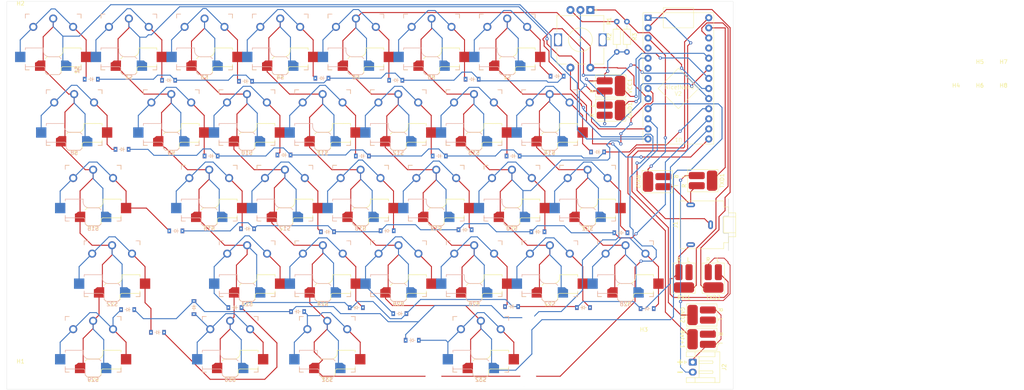
<source format=kicad_pcb>
(kicad_pcb (version 20240108) (generator "pcbnew") (generator_version "8.0")
  (title_block (title "simple_split") (rev "v1.0.0") (company "Unknown"))
  (layers (0 "F.Cu" signal) (31 "B.Cu" signal) (34 "B.Paste" user) (35 "F.Paste" user) (36 "B.SilkS" user "B.Silkscreen") (37 "F.SilkS" user "F.Silkscreen") (38 "B.Mask" user) (39 "F.Mask" user) (44 "Edge.Cuts" user))
  (net 0 "")
  (net 1 "Net-(D1-A)")
  (net 2 "Net-(D2-A)")
  (net 3 "Net-(D3-A)")
  (net 4 "Net-(D4-A)")
  (net 5 "Net-(D5-A)")
  (net 6 "Net-(D6-A)")
  (net 7 "Net-(D7-A)")
  (net 8 "Net-(D8-A)")
  (net 9 "Net-(D9-A)")
  (net 10 "Net-(D10-A)")
  (net 11 "Net-(D11-A)")
  (net 12 "Net-(D12-A)")
  (net 13 "Net-(D13-A)")
  (net 14 "Net-(D14-A)")
  (net 15 "Net-(D15-A)")
  (net 16 "Net-(D16-A)")
  (net 17 "Net-(D17-A)")
  (net 18 "Net-(D18-A)")
  (net 19 "Net-(D19-A)")
  (net 20 "Net-(D20-A)")
  (net 21 "Net-(D21-A)")
  (net 22 "Net-(D22-A)")
  (net 23 "Net-(D23-A)")
  (net 24 "Net-(D24-A)")
  (net 25 "Net-(D25-A)")
  (net 26 "Net-(D26-A)")
  (net 27 "Net-(D27-A)")
  (net 28 "Net-(D28-A)")
  (net 29 "Net-(D29-A)")
  (net 30 "Net-(D30-A)")
  (net 31 "Net-(D31-A)")
  (net 32 "Net-(D32-A)")
  (net 33 "/1")
  (net 34 "/2")
  (net 35 "/3")
  (net 36 "/4")
  (net 37 "/5")
  (net 38 "/Rotary_A")
  (net 39 "/Rotary_B")
  (net 40 "/GND")
  (net 41 "/E")
  (net 42 "/A")
  (net 43 "/B")
  (net 44 "/C")
  (net 45 "/D")
  (net 46 "/F")
  (net 47 "/G")
  (net 48 "/Bat+")
  (net 49 "Net-(Bat+1-COM)")
  (net 50 "unconnected-(Bat+1-R-Pad3)")
  (net 51 "Net-(GND1-COM)")
  (net 52 "/VCC")
  (net 54 "Net-(GND2-COM)")
  (net 56 "/TXD")
  (net 57 "Net-(RXI1-COM)")
  (net 58 "Net-(RXI2-COM)")
  (net 59 "/RXI")
  (net 61 "/Bat-")
  (net 62 "Net-(TXD1-COM)")
  (net 63 "Net-(TXD2-COM)")
  (net 68 "Net-(U1-VCC)")
  (footprint "MountingHole:MountingHole_2.2mm_M2" (layer "F.Cu") (at 311.3611 91.6452)
    (property "Reference" "H6")
    (property "Value" "MountingHole")
  )
  (footprint "Resistor_THT:R_Axial_DIN0204_L3.6mm_D1.6mm_P7.62mm_Horizontal" (layer "F.Cu") (at 222.758 72.39 -90)
    (property "Reference" "R3")
    (property "Value" "10K")
  )
  (footprint "Misc Keyboard Parts:reversable_diode" (layer "F.Cu") (at 193.802 144.018 180)
    (property "Reference" "D26" (hide yes))
    (property "Value" "D" (hide yes))
  )
  (footprint "Misc Keyboard Parts:reversable_diode" (layer "F.Cu") (at 154.814 144.272)
    (property "Reference" "D24" (hide yes))
    (property "Value" "D" (hide yes))
  )
  (footprint "keyswitches:Kailh_socket_PG1350_optional_reversible" (layer "F.Cu") (at 147.5255 153.512 180)
    (property "Reference" "S31")
    (property "Value" "~")
  )
  (footprint "keyswitches:Kailh_socket_PG1350_optional_reversible" (layer "F.Cu") (at 83.97 96.512 180)
    (property "Reference" "S8")
    (property "Value" "~")
  )
  (footprint "Misc Keyboard Parts:reversable_diode" (layer "F.Cu") (at 183.896 86.868 180)
    (property "Reference" "D6" (hide yes))
    (property "Value" "D" (hide yes))
  )
  (footprint "MountingHole:MountingHole_2.2mm_M2" (layer "F.Cu") (at 227 153)
    (property "Reference" "H3")
    (property "Value" "MountingHole")
  )
  (footprint "Misc Keyboard Parts:reversable_diode" (layer "F.Cu") (at 118.364 106.172 180)
    (property "Reference" "D9" (hide yes))
    (property "Value" "D" (hide yes))
  )
  (footprint "Misc Keyboard Parts:reversable_diode" (layer "F.Cu") (at 127.508 124.46 180)
    (property "Reference" "D16" (hide yes))
    (property "Value" "D" (hide yes))
  )
  (footprint "Misc Keyboard Parts:reversable_diode" (layer "F.Cu") (at 136.652 105.918 180)
    (property "Reference" "D10" (hide yes))
    (property "Value" "D" (hide yes))
  )
  (footprint "keyswitches:Kailh_socket_PG1350_optional_reversible" (layer "F.Cu") (at 193.879 115.512 180)
    (property "Reference" "S20")
    (property "Value" "~")
  )
  (footprint "keyswitches:Kailh_socket_PG1350_optional_reversible" (layer "F.Cu") (at 146.354 96.512 180)
    (property "Reference" "S11")
    (property "Value" "~")
  )
  (footprint "MountingHole:MountingHole_2.2mm_M2" (layer "F.Cu") (at 70.5 71)
    (property "Reference" "H2")
    (property "Value" "MountingHole")
  )
  (footprint "Connector_Audio:Jack_3.5mm_CUI_SJ1-3523N_Horizontal" (layer "F.Cu") (at 243.76 123.459 90)
    (property "Reference" "J1")
    (property "Value" "AudioJack3")
    (fp_line (start 1.8 3.1) (end -1.8 3.1) (stroke (width 0.12)) (layer "Edge.Cuts"))
    (fp_line (start 2.2 3.5) (end 2.2 4.5) (stroke (width 0.12)) (layer "Edge.Cuts"))
    (fp_line (start -2.2 3.5) (end -2.2 4.5) (stroke (width 0.12)) (layer "Edge.Cuts"))
    (fp_line (start 2.2 4.5) (end 6.5 4.5) (stroke (width 0.12)) (layer "Edge.Cuts"))
    (fp_line (start -2.2 4.5) (end -6.5 4.5) (stroke (width 0.12)) (layer "Edge.Cuts"))
    (fp_arc (start 1.8 3.1) (mid 2.082843 3.217157) (end 2.2 3.5) (stroke (width 0.12)) (layer "Edge.Cuts"))
    (fp_arc (start -2.2 3.5) (mid -2.082842 3.217158) (end -1.8 3.1) (stroke (width 0.12)) (layer "Edge.Cuts"))
  )
  (footprint "MountingHole:MountingHole_2.2mm_M2" (layer "F.Cu") (at 305.4111 91.6452)
    (property "Reference" "H4")
    (property "Value" "MountingHole")
  )
  (footprint "Connector_JST:JST_EH_S2B-EH_1x02_P2.50mm_Horizontal" (layer "F.Cu") (at 239.2755 158.008 -90)
    (property "Reference" "J2")
    (property "Value" "Conn_01x02")
  )
  (footprint "Misc Keyboard Parts:reversable_diode" (layer "F.Cu") (at 124.334 144.272 180)
    (property "Reference" "D23" (hide yes))
    (property "Value" "D" (hide yes))
  )
  (footprint "Misc Keyboard Parts:reversable_diode" (layer "F.Cu") (at 205.232 86.106 180)
    (property "Reference" "D7" (hide yes))
    (property "Value" "D" (hide yes))
  )
  (footprint "keyswitches:Kailh_socket_PG1350_optional_reversible" (layer "F.Cu") (at 173.7075 77.512 180)
    (property "Reference" "S6")
    (property "Value" "~")
  )
  (footprint "keyswitches:Kailh_socket_PG1350_optional_reversible" (layer "F.Cu") (at 135.7075 77.512 180)
    (property "Reference" "S4")
    (property "Value" "~")
  )
  (footprint "keyswitches:Kailh_socket_PG1350_optional_reversible" (layer "F.Cu") (at 116.7075 77.512 180)
    (property "Reference" "S3")
    (property "Value" "~")
  )
  (footprint "Misc Keyboard Parts:reversable_diode" (layer "F.Cu") (at 109.5 125 180)
    (property "Reference" "D15" (hide yes))
    (property "Value" "D" (hide yes))
  )
  (footprint "keyswitches:Kailh_socket_PG1350_optional_reversible" (layer "F.Cu") (at 154.7075 77.512 180)
    (property "Reference" "S5")
    (property "Value" "~")
  )
  (footprint "Misc Keyboard Parts:Side_Indicator" (layer "F.Cu") (at 243.078 148.431 180)
    (property "Reference" "Bat+1")
    (property "Value" "~")
  )
  (footprint "Misc Keyboard Parts:reversable_diode" (layer "F.Cu") (at 146.176 86.614 180)
    (property "Reference" "D4" (hide yes))
    (property "Value" "D" (hide yes))
  )
  (footprint "MountingHole:MountingHole_2.2mm_M2" (layer "F.Cu") (at 317.3111 91.6452)
    (property "Reference" "H8")
    (property "Value" "MountingHole")
  )
  (footprint "Misc Keyboard Parts:reversable_diode" (layer "F.Cu") (at 164.718 87.122 180)
    (property "Reference" "D5" (hide yes))
    (property "Value" "D" (hide yes))
  )
  (footprint "keyswitches:Kailh_socket_PG1350_optional_reversible" (layer "F.Cu") (at 165.404 134.512 180)
    (property "Reference" "S25")
    (property "Value" "~")
  )
  (footprint "keyswitches:Kailh_socket_PG1350_optional_reversible" (layer "F.Cu") (at 192.7075 77.512 180)
    (property "Reference" "S7")
    (property "Value" "~")
  )
  (footprint "keyswitches:Kailh_socket_PG1350_optional_reversible" (layer "F.Cu") (at 78.7075 77.512 180)
    (property "Reference" "S1")
    (property "Value" "~")
  )
  (footprint "Misc Keyboard Parts:reversable_diode" (layer "F.Cu") (at 114.046 144.272 -90)
    (property "Reference" "D30" (hide yes))
    (property "Value" "D" (hide yes))
  )
  (footprint "Misc Keyboard Parts:reversable_diode" (layer "F.Cu") (at 227.838 144.526)
    (property "Reference" "D28" (hide yes))
    (property "Value" "D" (hide yes))
  )
  (footprint "keyswitches:Kailh_socket_PG1350_optional_reversible" (layer "F.Cu") (at 165.354 96.512 180)
    (property "Reference" "S12")
    (property "Value" "~")
  )
  (footprint "keyswitches:Kailh_socket_PG1350_optional_reversible" (layer "F.Cu") (at 146.404 134.512 180)
    (property "Reference" "S24")
    (property "Value" "~")
  )
  (footprint "Misc Keyboard Parts:reversable_diode" (layer "F.Cu") (at 175.64 106.172 180)
    (property "Reference" "D12" (hide yes))
    (property "Value" "D" (hide yes))
  )
  (footprint "Misc Keyboard Parts:Nice!NanoV2" (layer "F.Cu") (at 235.6795 87.926)
    (property "Reference" "U1")
    (property "Value" "~")
  )
  (footprint "Misc Keyboard Parts:reversable_diode" (layer "F.Cu") (at 147.574 125.222 180)
    (property "Reference" "D17" (hide yes))
    (property "Value" "D" (hide yes))
  )
  (footprint "Misc Keyboard Parts:reversable_diode" (layer "F.Cu") (at 215.392 105.156 180)
    (property "Reference" "D14" (hide yes))
    (property "Value" "D" (hide yes))
  )
  (footprint "Misc Keyboard Parts:reversable_diode" (layer "F.Cu") (at 200.406 125.222)
    (property "Reference" "D20" (hide yes))
    (property "Value" "D" (hide yes))
  )
  (footprint "Misc Keyboard Parts:reversable_diode" (layer "F.Cu") (at 165.736 145.796 180)
    (property "Reference" "D25" (hide yes))
    (property "Value" "D" (hide yes))
  )
  (footprint "Misc Keyboard Parts:Side_Indicator" (layer "F.Cu") (at 240.284 116.173)
    (property "Reference" "TXD1")
    (property "Value" "~")
  )
  (footprint "Misc Keyboard Parts:reversable_diode" (layer "F.Cu") (at 104.902 150.5 180)
    (property "Reference" "D22" (hide yes))
    (property "Value" "D" (hide yes))
  )
  (footprint "keyswitches:Kailh_socket_PG1350_optional_reversible" (layer "F.Cu") (at 97.7075 77.512 180)
    (property "Reference" "S2")
    (property "Value" "~")
  )
  (footprint "Misc Keyboard Parts:reversable_diode" (layer "F.Cu") (at 127 87.376 180)
    (property "Reference" "D3" (hide yes))
    (property "Value" "D" (hide yes))
  )
  (footprint "keyswitches:Kailh_socket_PG1350_optional_reversible" (layer "F.Cu") (at 117.879 115.512 180)
    (property "Reference" "S16")
    (property "Value" "~")
  )
  (footprint "keyswitches:Kailh_socket_PG1350_optional_reversible" (layer "F.Cu") (at 212.879 115.512 180)
    (property "Reference" "S21")
    (property "Value" "~")
  )
  (footprint "keyswitches:Stabilizer_MX_2u" (layer "F.Cu") (at 93.495 134.512)
    (property "Reference" "DRA2" (hide yes))
    (property "Value" "DIN_Rail_Adapter" (hide yes))
  )
  (footprint "keyswitches:Kailh_socket_PG1350_optional_reversible" (layer "F.Cu") (at 184.404 134.512 180)
    (property "Reference" "S26")
    (property "Value" "~")
  )
  (footprint "Misc Keyboard Parts:reversable_diode" (layer "F.Cu") (at 221.234 125.476)
    (property "Reference" "D21" (hide yes))
    (property "Value" "D" (hide yes))
  )
  (footprint "keyswitches:Stabilizer_MX_2u" (layer "F.Cu") (at 186.0755 153.512)
    (property "Reference" "DRA3" (hide yes))
    (property "Value" "DIN_Rail_Adapter" (hide yes))
  )
  (footprint "keyswitches:Kailh_socket_PG1350_optional_reversible" (layer "F.Cu") (at 136.879 115.512 180)
    (property "Reference" "S17")
    (property "Value" "~")
  )
  (footprint "keyswitches:Kailh_socket_PG1350_optional_reversible" (layer "F.Cu") (at 155.879 115.512 180)
    (property "Reference" "S18")
    (property "Value" "~")
  )
  (footprint "MountingHole:MountingHole_2.2mm_M2" (layer "F.Cu") (at 311.3611 85.6952)
    (property "Reference" "H5")
    (property "Value" "MountingHole")
  )
  (footprint "keyswitches:Kailh_socket_PG1350_optional_reversible" (layer "F.Cu") (at 186.0755 153.512 180)
    (property "Reference" "S32")
    (property "Value" "~")
  )
  (footprint "keyswitches:Kailh_socket_PG1350_optional_reversible" (layer "F.Cu") (at 88.7325 153.512 180)
    (property "Reference" "S29")
    (property "Value" "~")
  )
  (footprint "Misc Keyboard Parts:Side_Indicator" (layer "F.Cu") (at 217.17 98.457)
    (property "Reference" "GND1")
    (property "Value" "~")
  )
  (footprint "Misc Keyboard Parts:reversable_diode" (layer "F.Cu") (at 140.08 145.288)
    (property "Reference" "D31" (hide yes))
    (property "Value" "D" (hide yes))
  )
  (footprint "keyswitches:Kailh_socket_PG1350_optional_reversible" (layer "F.Cu") (at 127.404 134.512 180)
    (property "Reference" "S23")
    (property "Value" "~")
  )
  (footprint "Misc Keyboard Parts:Side_Indicator" (layer "F.Cu") (at 233.267 135.382 -90)
    (property "Reference" "RXI1")
    (property "Value" "~")
  )
  (footprint "Misc Keyboard Parts:reversable_diode" (layer "F.Cu") (at 156.336 106.172 180)
    (property "Reference" "D11" (hide yes))
    (property "Value" "D" (hide yes))
  )
  (footprint "keyswitches:Kailh_socket_PG1350_optional_reversible" (layer "F.Cu") (at 203.354 96.512 180)
    (property "Reference" "S14")
    (property "Value" "~")
  )
  (footprint "Misc Keyboard Parts:Side_Indicator" (layer "F.Cu") (at 243.078 142.335 180)
    (property "Reference" "GND2")
    (property "Value" "~")
  )
  (footprint "Misc Keyboard Parts:reversable_diode" (layer "F.Cu") (at 168.85 152.5)
    (property "Reference" "D32" (hide yes))
    (property "Value" "D" (hide yes))
  )
  (footprint "keyswitches:Stabilizer_MX_2u" (layer "F.Cu") (at 88.7325 115.512)
    (property "Reference" "DRA1" (hide yes))
    (property "Value" "DIN_Rail_Adapter" (hide yes))
  )
  (footprint "Misc Keyboard Parts:Side_Indicator" (layer "F.Cu") (at 217.17 92.361)
    (property "Reference" "VCC1")
    (property "Value" "~")
  )
  (footprint "Misc Keyboard Parts:reversable_diode" (layer "F.Cu") (at 107.696 87.122 180)
    (property "Reference" "D2" (hide yes))
    (property "Value" "D" (hide yes))
  )
  (footprint "Misc Keyboard Parts:reversable_diode" (layer "F.Cu") (at 211.836 144.272)
    (property "Reference" "D27" (hide yes))
    (property "Value" "D" (hide yes))
  )
  (footprint "keyswitches:Kailh_socket_PG1350_optional_reversible" (layer "F.Cu") (at 203.404 134.512 180)
    (property "Reference" "S27")
    (property "Value" "~")
  )
  (footprint "Rotary_Encoder:RotaryEncoder_Alps_EC11E-Switch_Vertical_H20mm" (layer "F.Cu") (at 213.574 69.458 -90)
    (property "Reference" "R1")
    (property "Value" "RotaryEncoder_Switch")
  )
  (footprint "MountingHole:MountingHole_2.2mm_M2" (layer "F.Cu") (at 317.3111 85.6952)
    (property "Reference" "H7")
    (property "Value" "MountingHole")
  )
  (footprint "keyswitches:Kailh_socket_PG1350_optional_reversible" (layer "F.Cu") (at 222.404 134.512 180)
    (property "Reference" "S28")
    (property "Value" "~")
  )
  (footprint "Misc Keyboard Parts:Side_Indicator" (layer "F.Cu") (at 240.633 135.382 -90)
    (property "Reference" "TXD2")
    (property "Value" "~")
  )
  (footprint "Misc Keyboard Parts:reversable_diode" (layer "F.Cu") (at 97.41 144.78 180)
    (property "Reference" "D29" (hide yes))
    (property "Value" "D" (hide yes))
  )
  (footprint "Misc Keyboard Parts:reversable_diode" (layer "F.Cu") (at 194.182 106.172 180)
    (property "Reference" "D13" (hide yes))
    (property "Value" "D" (hide yes))
  )
  (footprint "keyswitches:Kailh_socket_PG1350_optional_reversible" (layer "F.Cu") (at 88.7325 115.512 180)
    (property "Reference" "S15")
    (property "Value" "~")
  )
  (footprint "keyswitches:Kailh_socket_PG1350_optional_reversible" (layer "F.Cu") (at 93.495 134.512 180)
    (property "Reference" "S22")
    (property "Value" "~")
  )
  (footprint "Misc Keyboard Parts:reversable_diode" (layer "F.Cu") (at 182.118 124.714)
    (property "Reference" "D19" (hide yes))
    (property "Value" "D" (hide yes))
  )
  (footprint "keyswitches:Kailh_socket_PG1350_optional_reversible" (layer "F.Cu") (at 174.879 115.512 180)
    (property "Reference" "S19")
    (property "Value" "~")
  )
  (footprint "keyswitches:Kailh_socket_PG1350_optional_reversible" (layer "F.Cu") (at 108.354 96.512 180)
    (property "Reference" "S9")
    (property "Value" "~")
  )
  (footprint "Misc Keyboard Parts:reversable_diode" (layer "F.Cu") (at 162.56 124.968)
    (property "Reference" "D18" (hide yes))
    (property "Value" "D" (hide yes))
  )
  (footprint "keyswitches:Kailh_socket_PG1350_optional_reversible" (layer "F.Cu") (at 184.354 96.512 180)
    (property "Reference" "S13")
    (property "Value" "~")
  )
  (footprint "Misc Keyboard Parts:reversable_diode" (layer "F.Cu") (at 88.266 86.868 180)
    (property "Reference" "D1" (hide yes))
    (property "Value" "D" (hide yes))
  )
  (footprint "Misc Keyboard Parts:reversable_diode" (layer "F.Cu") (at 96 104.5 180)
    (property "Reference" "D8" (hide yes))
    (property "Value" "D" (hide yes))
  )
  (footprint "MountingHole:MountingHole_2.2mm_M2" (layer "F.Cu") (at 70.5 161)
    (property "Reference" "H1")
    (property "Value" "MountingHole")
  )
  (footprint "Misc Keyboard Parts:Side_Indicator" (layer "F.Cu") (at 231.902 108.807 180)
    (property "Reference" "RXI2")
    (property "Value" "~")
  )
  (footprint "Resistor_THT:R_Axial_DIN0204_L3.6mm_D1.6mm_P7.62mm_Horizontal" (layer "F.Cu") (at 220.218 80.01 90)
    (property "Reference" "R2")
    (property "Value" "10K")
  )
  (footprint "keyswitches:Kailh_socket_PG1350_optional_reversible" (layer "F.Cu") (at 127.354 96.512 180)
    (property "Reference" "S10")
    (property "Value" "~")
  )
  (footprint "keyswitches:Kailh_socket_PG1350_optional_reversible" (layer "F.Cu") (at 123.1415 153.512 180)
    (property "Reference" "S30")
    (property "Value" "~")
  )
  (gr_rect (start 67.056 67.31) (end 249.428 164.822) (stroke (width 0.05)) (fill none) (layer "Edge.Cuts"))
  (gr_text "+" (at 237.236 158.75 0) (layer "F.SilkS") (effects (font (size 1.5 1.5) (thickness 0.3) (bold yes)) (justify left bottom mirror)))
  (gr_text "-" (at 237.236 161.29 0) (layer "F.SilkS") (effects (font (size 1.5 1.5) (thickness 0.3) (bold yes)) (justify left bottom mirror)))
  (segment (start 86.9825 76.987) (end 83.7075 73.712) (width 0.25) (layer "F.Cu") (net 1))
  (segment (start 86.9825 86.5015) (end 86.616 86.868) (width 0.25) (layer "F.Cu") (net 1))
  (segment (start 86.9825 81.262) (end 86.9825 76.987) (width 0.25) (layer "F.Cu") (net 1))
  (segment (start 86.9825 81.262) (end 86.9825 86.5015) (width 0.25) (layer "F.Cu") (net 1))
  (segment (start 78.232 69.1875) (end 79.183 69.1875) (width 0.25) (layer "B.Cu") (net 1))
  (segment (start 79.183 69.1875) (end 83.7075 73.712) (width 0.25) (layer "B.Cu") (net 1))
  (segment (start 73.7075 73.712) (end 78.232 69.1875) (width 0.25) (layer "B.Cu") (net 1))
  (segment (start 70.4325 76.987) (end 73.7075 73.712) (width 0.25) (layer "B.Cu") (net 1))
  (segment (start 70.4325 81.262) (end 70.4325 76.987) (width 0.25) (layer "B.Cu") (net 1))
  (segment (start 105.9825 81.262) (end 105.9825 76.987) (width 0.25) (layer "F.Cu") (net 2))
  (segment (start 105.9825 76.987) (end 102.7075 73.712) (width 0.25) (layer "F.Cu") (net 2))
  (segment (start 105.9825 81.262) (end 105.9825 87.0585) (width 0.25) (layer "F.Cu") (net 2))
  (segment (start 105.9825 87.0585) (end 106.046 87.122) (width 0.25) (layer "F.Cu") (net 2))
  (segment (start 92.7075 73.712) (end 97.282 69.1375) (width 0.25) (layer "B.Cu") (net 2))
  (segment (start 89.4325 81.262) (end 89.4325 76.987) (width 0.25) (layer "B.Cu") (net 2))
  (segment (start 89.4325 76.987) (end 92.7075 73.712) (width 0.25) (layer "B.Cu") (net 2))
  (segment (start 98.133 69.1375) (end 102.7075 73.712) (width 0.25) (layer "B.Cu") (net 2))
  (segment (start 97.282 69.1375) (end 98.133 69.1375) (width 0.25) (layer "B.Cu") (net 2))
  (segment (start 124.9825 81.262) (end 124.9825 76.987) (width 0.25) (layer "F.Cu") (net 3))
  (segment (start 124.9825 76.987) (end 121.7075 73.712) (width 0.25) (layer "F.Cu") (net 3))
  (segment (start 124.9825 87.0085) (end 125.35 87.376) (width 0.25) (layer "F.Cu") (net 3))
  (segment (start 124.9825 81.262) (end 124.9825 87.0085) (width 0.25) (layer "F.Cu") (net 3))
  (segment (start 108.4325 81.262) (end 108.4325 76.987) (width 0.25) (layer "B.Cu") (net 3))
  (segment (start 108.4325 76.987) (end 111.7075 73.712) (width 0.25) (layer "B.Cu") (net 3))
  (segment (start 111.7075 73.712) (end 116.3315 69.088) (width 0.25) (layer "B.Cu") (net 3))
  (segment (start 116.3315 69.088) (end 117.0835 69.088) (width 0.25) (layer "B.Cu") (net 3))
  (segment (start 117.0835 69.088) (end 121.7075 73.712) (width 0.25) (layer "B.Cu") (net 3))
  (segment (start 143.9825 81.262) (end 143.9825 86.0705) (width 0.25) (layer "F.Cu") (net 4))
  (segment (start 143.9825 81.262) (end 143.9825 76.987) (width 0.25) (layer "F.Cu") (net 4))
  (segment (start 143.9825 76.987) (end 140.7075 73.712) (width 0.25) (layer "F.Cu") (net 4))
  (segment (start 143.9825 86.0705) (end 144.526 86.614) (width 0.25) (layer "F.Cu") (net 4))
  (segment (start 135.0775 69.342) (end 136.3375 69.342) (width 0.25) (layer "B.Cu") (net 4))
  (segment (start 130.7075 73.712) (end 135.0775 69.342) (width 0.25) (layer "B.Cu") (net 4))
  (segment (start 127.4325 76.987) (end 130.7075 73.712) (width 0.25) (layer "B.Cu") (net 4))
  (segment (start 127.4325 81.262) (end 127.4325 76.987) (width 0.25) (layer "B.Cu") (net 4))
  (segment (start 136.3375 69.342) (end 140.7075 73.712) (width 0.25) (layer "B.Cu") (net 4))
  (segment (start 162.9825 81.262) (end 162.9825 76.987) (width 0.25) (layer "F.Cu") (net 5))
  (segment (start 162.9825 81.262) (end 162.9825 87.0365) (width 0.25) (layer "F.Cu") (net 5))
  (segment (start 162.9825 76.987) (end 159.7075 73.712) (width 0.25) (layer "F.Cu") (net 5))
  (segment (start 162.9825 87.0365) (end 163.068 87.122) (width 0.25) (layer "F.Cu") (net 5))
  (segment (start 146.4325 76.987) (end 149.7075 73.712) (width 0.25) (layer "B.Cu") (net 5))
  (segment (start 155.3375 69.342) (end 159.7075 73.712) (width 0.25) (layer "B.Cu") (net 5))
  (segment (start 154.0775 69.342) (end 155.3375 69.342) (width 0.25) (layer "B.Cu") (net 5))
  (segment (start 149.7075 73.712) (end 154.0775 69.342) (width 0.25) (layer "B.Cu") (net 5))
  (segment (start 146.4325 81.262) (end 146.4325 76.987) (width 0.25) (layer "B.Cu") (net 5))
  (segment (start 181.9825 86.6045) (end 182.246 86.868) (width 0.25) (layer "F.Cu") (net 6))
  (segment (start 181.9825 81.262) (end 181.9825 76.987) (width 0.25) (layer "F.Cu") (net 6))
  (segment (start 181.9825 76.987) (end 178.7075 73.712) (width 0.25) (layer "F.Cu") (net 6))
  (segment (start 181.9825 81.262) (end 181.9825 86.6045) (width 0.25) (layer "F.Cu") (net 6))
  (segment (start 172.8235 69.596) (end 174.5915 69.596) (width 0.25) (layer "B.Cu") (net 6))
  (segment (start 174.5915 69.596) (end 178.7075 73.712) (width 0.25) (layer "B.Cu") (net 6))
  (segment (start 168.7075 73.712) (end 172.8235 69.596) (width 0.25) (layer "B.Cu") (net 6))
  (segment (start 165.4325 81.262) (end 165.4325 76.987) (width 0.25) (layer "B.Cu") (net 6))
  (segment (start 165.4325 76.987) (end 168.7075 73.712) (width 0.25) (layer "B.Cu") (net 6))
  (segment (start 200.9825 83.5065) (end 203.582 86.106) (width 0.25) (layer "F.Cu") (net 7))
  (segment (start 200.9825 76.987) (end 197.7075 73.712) (width 0.25) (layer "F.Cu") (net 7))
  (segment (start 200.9825 81.262) (end 200.9825 76.987) (width 0.25) (layer "F.Cu") (net 7))
  (segment (start 200.9825 81.262) (end 200.9825 83.5065) (width 0.25) (layer "F.Cu") (net 7))
  (segment (start 184.4325 81.262) (end 184.4325 76.987) (width 0.25) (layer "B.Cu") (net 7))
  (segment (start 193.5915 69.596) (end 197.7075 73.712) (width 0.25) (layer "B.Cu") (net 7))
  (segment (start 187.7075 73.712) (end 191.8235 69.596) (width 0.25) (layer "B.Cu") (net 7))
  (segment (start 184.4325 76.987) (end 187.7075 73.712) (width 0.25) (layer "B.Cu") (net 7))
  (segment (start 191.8235 69.596) (end 193.5915 69.596) (width 0.25) (layer "B.Cu") (net 7))
  (segment (start 92.245 95.987) (end 88.97 92.712) (width 0.25) (layer "F.Cu") (net 8))
  (segment (start 92.245 100.262) (end 92.245 95.987) (width 0.25) (layer "F.Cu") (net 8))
  (segment (start 92.245 100.262) (end 92.245 103.245) (width 0.25) (layer "F.Cu") (net 8))
  (segment (start 93.5 104.5) (end 94.35 104.5) (width 0.25) (layer "F.Cu") (net 8))
  (segment (start 92.245 103.245) (end 93.5 104.5) (width 0.25) (layer "F.Cu") (net 8))
  (segment (start 78.97 92.712) (end 83.29 88.392) (width 0.25) (layer "B.Cu") (net 8))
  (segment (start 84.65 88.392) (end 88.97 92.712) (width 0.25) (layer "B.Cu") (net 8))
  (segment (start 75.695 95.987) (end 78.97 92.712) (width 0.25) (layer "B.Cu") (net 8))
  (segment (start 83.29 88.392) (end 84.65 88.392) (width 0.25) (layer "B.Cu") (net 8))
  (segment (start 75.695 100.262) (end 75.695 95.987) (width 0.25) (layer "B.Cu") (net 8))
  (segment (start 116.629 100.262) (end 116.629 106.087) (width 0.25) (layer "F.Cu") (net 9))
  (segment (start 116.629 95.987) (end 113.354 92.712) (width 0.25) (layer "F.Cu") (net 9))
  (segment (start 116.629 106.087) (end 116.714 106.172) (width 0.25) (layer "F.Cu") (net 9))
  (segment (start 116.629 100.262) (end 116.629 95.987) (width 0.25) (layer "F.Cu") (net 9))
  (segment (start 100.079 95.987) (end 103.354 92.712) (width 0.25) (layer "B.Cu") (net 9))
  (segment (start 103.354 92.712) (end 107.166 88.9) (width 0.25) (layer "B.Cu") (net 9))
  (segment (start 100.079 100.262) (end 100.079 95.987) (width 0.25) (layer "B.Cu") (net 9))
  (segment (start 109.542 88.9) (end 113.354 92.712) (width 0.25) (layer "B.Cu") (net 9))
  (segment (start 107.166 88.9) (end 109.542 88.9) (width 0.25) (layer "B.Cu") (net 9))
  (segment (start 135.629 105.291) (end 135.002 105.918) (width 0.25) (layer "F.Cu") (net 10))
  (segment (start 135.629 100.262) (end 135.629 95.987) (width 0.25) (layer "F.Cu") (net 10))
  (segment (start 135.629 95.987) (end 132.354 92.712) (width 0.25) (layer "F.Cu") (net 10))
  (segment (start 135.629 100.262) (end 135.629 105.291) (width 0.25) (layer "F.Cu") (net 10))
  (segment (start 119.079 95.987) (end 122.354 92.712) (width 0.25) (layer "B.Cu") (net 10))
  (segment (start 128.288 88.646) (end 132.354 92.712) (width 0.25) (layer "B.Cu") (net 10))
  (segment (start 126.42 88.646) (end 128.288 88.646) (width 0.25) (layer "B.Cu") (net 10))
  (segment (start 122.354 92.712) (end 126.42 88.646) (width 0.25) (layer "B.Cu") (net 10))
  (segment (start 119.079 100.262) (end 119.079 95.987) (width 0.25) (layer "B.Cu") (net 10))
  (segment (start 154.629 100.262) (end 154.629 106.115) (width 0.25) (layer "F.Cu") (net 11))
  (segment (start 154.629 95.987) (end 151.354 92.712) (width 0.25) (layer "F.Cu") (net 11))
  (segment (start 154.629 100.262) (end 154.629 95.987) (width 0.25) (layer "F.Cu") (net 11))
  (segment (start 154.629 106.115) (end 154.686 106.172) (width 0.25) (layer "F.Cu") (net 11))
  (segment (start 147.034 88.392) (end 151.354 92.712) (width 0.25) (layer "B.Cu") (net 11))
  (segment (start 138.079 100.262) (end 138.079 95.987) (width 0.25) (layer "B.Cu") (net 11))
  (segment (start 141.354 92.712) (end 145.674 88.392) (width 0.25) (layer "B.Cu") (net 11))
  (segment (start 145.674 88.392) (end 147.034 88.392) (width 0.25) (layer "B.Cu") (net 11))
  (segment (start 138.079 95.987) (end 141.354 92.712) (width 0.25) (layer "B.Cu") (net 11))
  (segment (start 173.629 95.987) (end 170.354 92.712) (width 0.25) (layer "F.Cu") (net 12))
  (segment (start 173.629 100.262) (end 173.629 95.987) (width 0.25) (layer "F.Cu") (net 12))
  (segment (start 173.629 105.811) (end 173.99 106.172) (width 0.25) (layer "F.Cu") (net 12))
  (segment (start 173.629 100.262) (end 173.629 105.811) (width 0.25) (layer "F.Cu") (net 12))
  (segment (start 160.354 92.712) (end 164.42 88.646) (width 0.25) (layer "B.Cu") (net 12))
  (segment (start 164.42 88.646) (end 166.288 88.646) (width 0.25) (layer "B.Cu") (net 12))
  (segment (start 157.079 95.987) (end 160.354 92.712) (width 0.25) (layer "B.Cu") (net 12))
  (segment (start 166.288 88.646) (end 170.354 92.712) (width 0.25) (layer "B.Cu") (net 12))
  (segment (start 157.079 100.262) (end 157.079 95.987) (width 0.25) (layer "B.Cu") (net 12))
  (segment (start 192.629 100.262) (end 192.629 95.987) (width 0.25) (layer "F.Cu") (net 13))
  (segment (start 192.629 95.987) (end 189.354 92.712) (width 0.25) (layer "F.Cu") (net 13))
  (segment (start 192.629 106.075) (end 192.532 106.172) (width 0.25) (layer "F.Cu") (net 13))
  (segment (start 192.629 100.262) (end 192.629 106.075) (width 0.25) (layer "F.Cu") (net 13))
  (segment (start 183.166 88.9) (end 185.542 88.9) (width 0.25) (layer "B.Cu") (net 13))
  (segment (start 179.354 92.712) (end 183.166 88.9) (width 0.25) (layer "B.Cu") (net 13))
  (segment (start 176.079 100.262) (end 176.079 95.987) (width 0.25) (layer "B.Cu") (net 13))
  (segment (start 185.542 88.9) (end 189.354 92.712) (width 0.25) (layer "B.Cu") (net 13))
  (segment (start 176.079 95.987) (end 179.354 92.712) (width 0.25) (layer "B.Cu") (net 13))
  (segment (start 211.629 103.043) (end 213.742 105.156) (width 0.25) (layer "F.Cu") (net 14))
  (segment (start 211.629 100.262) (end 211.629 103.043) (width 0.25) (layer "F.Cu") (net 14))
  (segment (start 211.629 100.262) (end 211.629 95.987) (width 0.25) (layer "F.Cu") (net 14))
  (segment (start 211.629 95.987) (end 208.354 92.712) (width 0.25) (layer "F.Cu") (net 14))
  (segment (start 202.42 88.646) (end 204.288 88.646) (width 0.25) (layer "B.Cu") (net 14))
  (segment (start 198.354 92.712) (end 202.42 88.646) (width 0.25) (layer "B.Cu") (net 14))
  (segment (start 195.079 100.262) (end 195.079 95.987) (width 0.25) (layer "B.Cu") (net 14))
  (segment (start 195.079 95.987) (end 198.354 92.712) (width 0.25) (layer "B.Cu") (net 14))
  (segment (start 204.288 88.646) (end 208.354 92.712) (width 0.25) (layer "B.Cu") (net 14))
  (segment (start 97.0075 119.262) (end 102.112 119.262) (width 0.25) (layer "F.Cu") (net 15))
  (segment (start 102.112 119.262) (end 107.85 125) (width 0.25) (layer "F.Cu") (net 15))
  (segment (start 97.0075 119.262) (end 97.0075 114.987) (width 0.25) (layer "F.Cu") (net 15))
  (segment (start 97.0075 114.987) (end 93.7325 111.712) (width 0.25) (layer "F.Cu") (net 15))
  (segment (start 80.4575 119.262) (end 80.4575 114.987) (width 0.25) (layer "B.Cu") (net 15))
  (segment (start 89.7165 107.696) (end 93.7325 111.712) (width 0.25) (layer "B.Cu") (net 15))
  (segment (start 87.7485 107.696) (end 89.7165 107.696) (width 0.25) (layer "B.Cu") (net 15))
  (segment (start 83.7325 111.712) (end 87.7485 107.696) (width 0.25) (layer "B.Cu") (net 15))
  (segment (start 80.4575 114.987) (end 83.7325 111.712) (width 0.25) (layer "B.Cu") (net 15))
  (segment (start 126.154 124.164) (end 125.858 124.46) (width 0.25) (layer "F.Cu") (net 16))
  (segment (start 126.154 114.987) (end 122.879 111.712) (width 0.25) (layer "F.Cu") (net 16))
  (segment (start 126.154 119.262) (end 126.154 114.987) (width 0.25) (layer "F.Cu") (net 16))
  (segment (start 126.154 119.262) (end 126.154 124.164) (width 0.25) (layer "F.Cu") (net 16))
  (segment (start 116.895 107.696) (end 118.863 107.696) (width 0.25) (layer "B.Cu") (net 16))
  (segment (start 109.604 119.262) (end 109.604 114.987) (width 0.25) (layer "B.Cu") (net 16))
  (segment (start 112.879 111.712) (end 116.895 107.696) (width 0.25) (layer "B.Cu") (net 16))
  (segment (start 118.863 107.696) (end 122.879 111.712) (width 0.25) (layer "B.Cu") (net 16))
  (segment (start 109.604 114.987) (end 112.879 111.712) (width 0.25) (layer "B.Cu") (net 16))
  (segment (start 145.154 124.452) (end 145.924 125.222) (width 0.25) (layer "F.Cu") (net 17))
  (segment (start 145.154 119.262) (end 145.154 124.452) (width 0.25) (layer "F.Cu") (net 17))
  (segment (start 145.154 114.987) (end 141.879 111.712) (width 0.25) (layer "F.Cu") (net 17))
  (segment (start 145.154 119.262) (end 145.154 114.987) (width 0.25) (layer "F.Cu") (net 17))
  (segment (start 135.895 107.696) (end 137.863 107.696) (width 0.25) (layer "B.Cu") (net 17))
  (segment (start 128.604 114.987) (end 131.879 111.712) (width 0.25) (layer "B.Cu") (net 17))
  (segment (start 137.863 107.696) (end 141.879 111.712) (width 0.25) (layer "B.Cu") (net 17))
  (segment (start 128.604 119.262) (end 128.604 114.987) (width 0.25) (layer "B.Cu") (net 17))
  (segment (start 131.879 111.712) (end 135.895 107.696) (width 0.25) (layer "B.Cu") (net 17))
  (segment (start 164.154 114.987) (end 160.879 111.712) (width 0.25) (layer "F.Cu") (net 18))
  (segment (start 164.154 119.262) (end 164.154 124.912) (width 0.25) (layer "F.Cu") (net 18))
  (segment (start 164.154 124.912) (end 164.21 124.968) (width 0.25) (layer "F.Cu") (net 18))
  (segment (start 164.154 119.262) (end 164.154 114.987) (width 0.25) (layer "F.Cu") (net 18))
  (segment (start 155.403 107.188) (end 156.355 107.188) (width 0.25) (layer "B.Cu") (net 18))
  (segment (start 150.879 111.712) (end 155.403 107.188) (width 0.25) (layer "B.Cu") (net 18))
  (segment (start 147.604 114.987) (end 150.879 111.712) (width 0.25) (layer "B.Cu") (net 18))
  (segment (start 147.604 119.262) (end 147.604 114.987) (width 0.25) (layer "B.Cu") (net 18))
  (segment (start 156.355 107.188) (end 160.879 111.712) (width 0.25) (layer "B.Cu") (net 18))
  (segment (start 183.154 119.262) (end 183.154 124.1) (width 0.25) (layer "F.Cu") (net 19))
  (segment (start 183.154 119.262) (end 183.154 114.987) (width 0.25) (layer "F.Cu") (net 19))
  (segment (start 183.154 124.1) (end 183.768 124.714) (width 0.25) (layer "F.Cu") (net 19))
  (segment (start 183.154 114.987) (end 179.879 111.712) (width 0.25) (layer "F.Cu") (net 19))
  (segment (start 166.604 119.262) (end 166.604 114.987) (width 0.25) (layer "B.Cu") (net 19))
  (segment (start 174.149 107.442) (end 175.609 107.442) (width 0.25) (layer "B.Cu") (net 19))
  (segment (start 169.879 111.712) (end 174.149 107.442) (width 0.25) (layer "B.Cu") (net 19))
  (segment (start 166.604 114.987) (end 169.879 111.712) (width 0.25) (layer "B.Cu") (net 19))
  (segment (start 175.609 107.442) (end 179.879 111.712) (width 0.25) (layer "B.Cu") (net 19))
  (segment (start 202.154 114.987) (end 198.879 111.712) (width 0.25) (layer "F.Cu") (net 20))
  (segment (start 202.154 119.262) (end 202.154 125.124) (width 0.25) (layer "F.Cu") (net 20))
  (segment (start 202.154 119.262) (end 202.154 114.987) (width 0.25) (layer "F.Cu") (net 20))
  (segment (start 202.154 125.124) (end 202.056 125.222) (width 0.25) (layer "F.Cu") (net 20))
  (segment (start 185.604 114.987) (end 188.879 111.712) (width 0.25) (layer "B.Cu") (net 20))
  (segment (start 185.604 119.262) (end 185.604 114.987) (width 0.25) (layer "B.Cu") (net 20))
  (segment (start 192.895 107.696) (end 194.863 107.696) (width 0.25) (layer "B.Cu") (net 20))
  (segment (start 188.879 111.712) (end 192.895 107.696) (width 0.25) (layer "B.Cu") (net 20))
  (segment (start 194.863 107.696) (end 198.879 111.712) (width 0.25) (layer "B.Cu") (net 20))
  (segment (start 221.154 119.262) (end 221.154 123.746) (width 0.25) (layer "F.Cu") (net 21))
  (segment (start 221.154 114.987) (end 217.879 111.712) (width 0.25) (layer "F.Cu") (net 21))
  (segment (start 221.154 119.262) (end 221.154 114.987) (width 0.25) (layer "F.Cu") (net 21))
  (segment (start 221.154 123.746) (end 222.884 125.476) (width 0.25) (layer "F.Cu") (net 21))
  (segment (start 211.895 107.696) (end 207.879 111.712) (width 0.25) (layer "B.Cu") (net 21))
  (segment (start 204.604 114.987) (end 207.879 111.712) (width 0.25) (layer "B.Cu") (net 21))
  (segment (start 217.879 111.712) (end 213.863 107.696) (width 0.25) (layer "B.Cu") (net 21))
  (segment (start 213.863 107.696) (end 211.895 107.696) (width 0.25) (layer "B.Cu") (net 21))
  (segment (start 204.604 119.262) (end 204.604 114.987) (width 0.25) (layer "B.Cu") (net 21))
  (segment (start 101.77 143.044) (end 103.252 144.526) (width 0.25) (layer "F.Cu") (net 22))
  (segment (start 101.77 138.262) (end 101.77 133.987) (width 0.25) (layer "F.Cu") (net 22))
  (segment (start 101.77 133.987) (end 98.495 130.712) (width 0.25) (layer "F.Cu") (net 22))
  (segment (start 101.77 138.262) (end 101.77 143.044) (width 0.25) (layer "F.Cu") (net 22))
  (segment (start 103.252 144.526) (end 103.252 150.5) (width 0.25) (layer "F.Cu") (net 22))
  (segment (start 85.22 138.262) (end 85.22 133.987) (width 0.25) (layer "B.Cu") (net 22))
  (segment (start 92.715 126.492) (end 94.275 126.492) (width 0.25) (layer "B.Cu") (net 22))
  (segment (start 85.22 133.987) (end 88.495 130.712) (width 0.25) (layer "B.Cu") (net 22))
  (segment (start 94.275 126.492) (end 98.495 130.712) (width 0.25) (layer "B.Cu") (net 22))
  (segment (start 88.495 130.712) (end 92.715 126.492) (width 0.25) (layer "B.Cu") (net 22))
  (segment (start 135.679 138.262) (end 135.679 133.987) (width 0.25) (layer "F.Cu") (net 23))
  (segment (start 135.679 133.987) (end 132.404 130.712) (width 0.25) (layer "F.Cu") (net 23))
  (segment (start 126.878 126.238) (end 127.93 126.238) (width 0.25) (layer "B.Cu") (net 23))
  (segment (start 119.129 140.717) (end 119.129 138.262) (width 0.25) (layer "B.Cu") (net 23))
  (segment (start 119.129 133.987) (end 122.404 130.712) (width 0.25) (layer "B.Cu") (net 23))
  (segment (start 119.129 138.262) (end 119.129 133.987) (width 0.25) (layer "B.Cu") (net 23))
  (segment (start 122.404 130.712) (end 126.878 126.238) (width 0.25) (layer "B.Cu") (net 23))
  (segment (start 119.129 140.717) (end 122.684 144.272) (width 0.25) (layer "B.Cu") (net 23))
  (segment (start 127.93 126.238) (end 132.404 130.712) (width 0.25) (layer "B.Cu") (net 23))
  (segment (start 154.679 138.262) (end 154.679 142.487) (width 0.25) (layer "F.Cu") (net 24))
  (segment (start 154.679 138.262) (end 154.679 133.987) (width 0.25) (layer "F.Cu") (net 24))
  (segment (start 154.679 133.987) (end 151.404 130.712) (width 0.25) (layer "F.Cu") (net 24))
  (segment (start 154.679 142.487) (end 156.464 144.272) (width 0.25) (layer "F.Cu") (net 24))
  (segment (start 141.404 130.712) (end 145.37 126.746) (width 0.25) (layer "B.Cu") (net 24))
  (segment (start 138.129 138.262) (end 138.1435 138.2475) (width 0.25) (layer "B.Cu") (net 24))
  (segment (start 147.438 126.746) (end 151.404 130.712) (width 0.25) (layer "B.Cu") (net 24))
  (segment (start 138.129 138.262) (end 138.129 133.987) (width 0.25) (layer "B.Cu") (net 24))
  (segment (start 138.129 133.987) (end 141.404 130.712) (width 0.25) (layer "B.Cu") (net 24))
  (segment (start 145.37 126.746) (end 147.438 126.746) (width 0.25) (layer "B.Cu") (net 24))
  (segment (start 173.679 133.987) (end 170.404 130.712) (width 0.25) (layer "F.Cu") (net 25))
  (segment (start 173.679 138.262) (end 173.679 133.987) (width 0.25) (layer "F.Cu") (net 25))
  (segment (start 157.129 133.987) (end 160.404 130.712) (width 0.25) (layer "B.Cu") (net 25))
  (segment (start 166.184 126.492) (end 170.404 130.712) (width 0.25) (layer "B.Cu") (net 25))
  (segment (start 160.404 130.712) (end 164.624 126.492) (width 0.25) (layer "B.Cu") (net 25))
  (segment (start 157.129 138.262) (end 157.129 133.987) (width 0.25) (layer "B.Cu") (net 25))
  (segment (start 157.129 138.262) (end 157.129 138.839) (width 0.25) (layer "B.Cu") (net 25))
  (segment (start 157.129 138.839) (end 164.086 145.796) (width 0.25) (layer "B.Cu") (net 25))
  (segment (start 164.624 126.492) (end 166.184 126.492) (width 0.25) (layer "B.Cu") (net 25))
  (segment (start 192.679 138.262) (end 192.679 143.491) (width 0.25) (layer "F.Cu") (net 26))
  (segment (start 192.679 133.987) (end 189.404 130.712) (width 0.25) (layer "F.Cu") (net 26))
  (segment (start 192.679 143.491) (end 192.152 144.018) (width 0.25) (layer "F.Cu") (net 26))
  (segment (start 192.679 138.262) (end 192.679 133.987) (width 0.25) (layer "F.Cu") (net 26))
  (segment (start 185.184 126.492) (end 189.404 130.712) (width 0.25) (layer "B.Cu") (net 26))
  (segment (start 179.404 130.712) (end 183.624 126.492) (width 0.25) (layer "B.Cu") (net 26))
  (segment (start 176.129 138.262) (end 176.129 133.987) (width 0.25) (layer "B.Cu") (net 26))
  (segment (start 176.129 133.987) (end 179.404 130.712) (width 0.25) (layer "B.Cu") (net 26))
  (segment (start 183.624 126.492) (end 185.184 126.492) (width 0.25) (layer "B.Cu") (net 26))
  (segment (start 211.679 138.262) (end 211.679 133.987) (width 0.25) (layer "F.Cu") (net 27))
  (segment (start 211.679 133.987) (end 208.404 130.712) (width 0.25) (layer "F.Cu") (net 27))
  (segment (start 211.679 142.465) (end 213.486 144.272) (width 0.25) (layer "F.Cu") (net 27))
  (segment (start 211.679 138.262) (end 211.679 142.465) (width 0.25) (layer "F.Cu") (net 27))
  (segment (start 198.404 130.712) (end 202.37 126.746) (width 0.25) (layer "B.Cu") (net 27))
  (segment (start 195.129 138.262) (end 195.129 133.987) (width 0.25) (layer "B.Cu") (net 27))
  (segment (start 204.438 126.746) (end 208.404 130.712) (width 0.25) (layer "B.Cu") (net 27))
  (segment (start 202.37 126.746) (end 204.438 126.746) (width 0.25) (layer "B.Cu") (net 27))
  (segment (start 195.129 133.987) (end 198.404 130.712) (width 0.25) (layer "B.Cu") (net 27))
  (segment (start 230.679 138.262) (end 230.679 143.335) (width 0.25) (layer "F.Cu") (net 28))
  (segment (start 230.679 133.987) (end 227.404 130.712) (width 0.25) (layer "F.Cu") (net 28))
  (segment (start 230.679 143.335) (end 229.488 144.526) (width 0.25) (layer "F.Cu") (net 28))
  (segment (start 230.679 138.262) (end 230.679 133.987) (width 0.25) (layer "F.Cu") (net 28))
  (segment (start 214.129 133.987) (end 217.404 130.712) (width 0.25) (layer "B.Cu") (net 28))
  (segment (start 214.129 138.262) (end 214.129 133.987) (width 0.25) (layer "B.Cu") (net 28))
  (segment (start 221.37 126.746) (end 223.438 126.746) (width 0.25) (layer "B.Cu") (net 28))
  (segment (start 223.438 126.746) (end 227.404 130.712) (width 0.25) (layer "B.Cu") (net 28))
  (segment (start 217.404 130.712) (end 221.37 126.746) (width 0.25) (layer "B.Cu") (net 28))
  (segment (start 97.0075 157.262) (end 97.0075 152.987) (width 0.25) (layer "F.Cu") (net 29))
  (segment (start 97.0075 152.987) (end 93.7325 149.712) (width 0.25) (layer "F.Cu") (net 29))
  (segment (start 80.4575 152.987) (end 83.7325 149.712) (width 0.25) (layer "B.Cu") (net 29))
  (segment (start 93.7325 146.8075) (end 95.76 144.78) (width 0.25) (layer "B.Cu") (net 29))
  (segment (start 89.5625 145.542) (end 93.7325 149.712) (width 0.25) (layer "B.Cu") (net 29))
  (segment (start 83.7325 149.712) (end 87.9025 145.542) (width 0.25) (layer "B.Cu") (net 29))
  (segment (start 87.9025 145.542) (end 89.5625 145.542) (width 0.25) (layer "B.Cu") (net 29))
  (segment (start 93.7325 149.712) (end 93.7325 146.8075) (width 0.25) (layer "B.Cu") (net 29))
  (segment (start 80.4575 157.262) (end 80.4575 152.987) (width 0.25) (layer "B.Cu") (net 29))
  (segment (start 131.4165 157.262) (end 131.4165 152.987) (width 0.25) (layer "F.Cu") (net 30))
  (segment (start 131.4165 152.987) (end 128.1415 149.712) (width 0.25) (layer "F.Cu") (net 30))
  (segment (start 114.3515 145.922) (end 114.046 145.922) (width 0.25) (layer "B.Cu") (net 30))
  (segment (start 122.0575 145.796) (end 124.2255 145.796) (width 0.25) (layer "B.Cu") (net 30))
  (segment (start 124.2255 145.796) (end 128.1415 149.712) (width 0.25) (layer "B.Cu") (net 30))
  (segment (start 118.1415 149.712) (end 114.3515 145.922) (width 0.25) (layer "B.Cu") (net 30))
  (segment (start 118.1415 149.712) (end 122.0575 145.796) (width 0.25) (layer "B.Cu") (net 30))
  (segment (start 114.8665 157.262) (end 114.8665 152.987) (width 0.25) (layer "B.Cu") (net 30))
  (segment (start 114.8665 152.987) (end 118.1415 149.712) (width 0.25) (layer "B.Cu") (net 30))
  (segment (start 155.8005 157.262) (end 155.8005 152.987) (width 0.25) (layer "F.Cu") (net 31))
  (segment (start 155.8005 152.987) (end 152.5255 149.712) (width 0.25) (layer "F.Cu") (net 31))
  (segment (start 139.2505 157.262) (end 139.2505 152.987) (width 0.25) (layer "B.Cu") (net 31))
  (segment (start 145.542 146.304) (end 146.304 145.542) (width 0.25) (layer "B.Cu") (net 31))
  (segment (start 142.5255 149.712) (end 142.5255 146.304) (width 0.25) (layer "B.Cu") (net 31))
  (segment (start 142.5255 146.304) (end 142.5255 146.0835) (width 0.25) (layer "B.Cu") (net 31))
  (segment (start 139.2505 152.987) (end 142.5255 149.712) (width 0.25) (layer "B.Cu") (net 31))
  (segment (start 148.3555 145.542) (end 152.5255 149.712) (width 0.25) (layer "B.Cu") (net 31))
  (segment (start 142.5255 146.304) (end 145.542 146.304) (width 0.25) (layer "B.Cu") (net 31))
  (segment (start 142.5255 146.0835) (end 141.73 145.288) (width 0.25) (layer "B.Cu") (net 31))
  (segment (start 146.304 145.542) (end 148.3555 145.542) (width 0.25) (layer "B.Cu") (net 31))
  (segment (start 194.3505 157.262) (end 194.3505 152.987) (width 0.25) (layer "F.Cu") (net 32))
  (segment (start 194.3505 152.987) (end 191.0755 149.712) (width 0.25) (layer "F.Cu") (net 32))
  (segment (start 185.2455 145.542) (end 186.9055 145.542) (width 0.25) (layer "B.Cu") (net 32))
  (segment (start 180.698 149.712) (end 181.0755 149.712) (width 0.25) (layer "B.Cu") (net 32))
  (segment (start 181.0755 149.712) (end 185.2455 145.542) (width 0.25) (layer "B.Cu") (net 32))
  (segment (start 177.3135 152.5) (end 177.8005 152.987) (width 0.25) (layer "B.Cu") (net 32))
  (segment (start 177.8005 157.262) (end 177.8005 152.987) (width 0.25) (layer "B.Cu") (net 32))
  (segment (start 170.5 152.5) (end 177.3135 152.5) (width 0.25) (layer "B.Cu") (net 32))
  (segment (start 177.8005 152.987) (end 181.0755 149.712) (width 0.25) (layer "B.Cu") (net 32))
  (segment (start 186.9055 145.542) (end 191.0755 149.712) (width 0.25) (layer "B.Cu") (net 32))
  (segment (start 201.676 76.698695) (end 204.206695 74.168) (width 0.25) (layer "F.Cu") (net 33))
  (segment (start 206.882 86.106) (end 203.2 82.424) (width 0.25) (layer "F.Cu") (net 33))
  (segment (start 203.2 79.756) (end 201.967 78.523) (width 0.25) (layer "F.Cu") (net 33))
  (segment (start 203.2 82.424) (end 203.2 79.756) (width 0.25) (layer "F.Cu") (net 33))
  (segment (start 204.206695 74.168) (end 206.502 74.168) (width 0.25) (layer "F.Cu") (net 33))
  (segment (start 224.79 83.312) (end 226.568 85.09) (width 0.25) (layer "F.Cu") (net 33))
  (segment (start 206.502 74.168) (end 211.836 79.502) (width 0.25) (layer "F.Cu") (net 33))
  (segment (start 201.676 76.962) (end 201.676 76.698695) (width 0.25) (layer "F.Cu") (net 33))
  (segment (start 201.967 77.253) (end 201.676 76.962) (width 0.25) (layer "F.Cu") (net 33))
  (segment (start 223.774 83.312) (end 224.79 83.312) (width 0.25) (layer "F.Cu") (net 33))
  (segment (start 211.836 79.502) (end 211.836 85.852) (width 0.25) (layer "F.Cu") (net 33))
  (segment (start 201.967 78.523) (end 201.967 77.253) (width 0.25) (layer "F.Cu") (net 33))
  (via (at 223.774 83.312) (size 0.8) (drill 0.4) (layers "F.Cu" "B.Cu") (net 33))
  (via (at 211.836 85.852) (size 0.8) (drill 0.4) (layers "F.Cu" "B.Cu") (net 33))
  (via (at 226.568 85.09) (size 0.8) (drill 0.4) (layers "F.Cu" "B.Cu") (net 33))
  (segment (start 236.9075 85.344) (end 226.822 85.344) (width 0.25) (layer "B.Cu") (net 33))
  (segment (start 211.836 85.852) (end 221.234 85.852) (width 0.25) (layer "B.Cu") (net 33))
  (segment (start 181.356 85.09) (end 183.768 85.09) (width 0.25) (layer "B.Cu") (net 33))
  (segment (start 221.234 85.852) (end 223.774 83.312) (width 0.25) (layer "B.Cu") (net 33))
  (segment (start 123.952 85.852) (end 127.126 85.852) (width 0.25) (layer "B.Cu") (net 33))
  (segment (start 128.65 87.376) (end 129.05 87.776) (width 0.25) (layer "B.Cu") (net 33))
  (segment (start 104.902 85.852) (end 108.076 85.852) (width 0.25) (layer "B.Cu") (net 33))
  (segment (start 226.822 85.344) (end 226.568 85.09) (width 0.25) (layer "B.Cu") (net 33))
  (segment (start 122.682 87.122) (end 123.952 85.852) (width 0.25) (layer "B.Cu") (net 33))
  (segment (start 146.664 87.776) (end 147.826 86.614) (width 0.25) (layer "B.Cu") (net 33))
  (segment (start 89.916 86.868) (end 103.886 86.868) (width 0.25) (layer "B.Cu") (net 33))
  (segment (start 243.2995 91.736) (end 236.9075 85.344) (width 0.25) (layer "B.Cu") (net 33))
  (segment (start 183.768 85.09) (end 185.546 86.868) (width 0.25) (layer "B.Cu") (net 33))
  (segment (start 202.584 87.268) (end 202.946 87.63) (width 0.25) (layer "B.Cu") (net 33))
  (segment (start 179.324 87.122) (end 181.356 85.09) (width 0.25) (layer "B.Cu") (net 33))
  (segment (start 164.59 85.344) (end 166.368 87.122) (width 0.25) (layer "B.Cu") (net 33))
  (segment (start 108.076 85.852) (end 109.346 87.122) (width 0.25) (layer "B.Cu") (net 33))
  (segment (start 185.546 86.868) (end 185.946 87.268) (width 0.25) (layer "B.Cu") (net 33))
  (segment (start 147.826 86.614) (end 161.036 86.614) (width 0.25) (layer "B.Cu") (net 33))
  (segment (start 202.946 87.63) (end 205.358 87.63) (width 0.25) (layer "B.Cu") (net 33))
  (segment (start 109.346 87.122) (end 122.682 87.122) (width 0.25) (layer "B.Cu") (net 33))
  (segment (start 166.368 87.122) (end 179.324 87.122) (width 0.25) (layer "B.Cu") (net 33))
  (segment (start 127.126 85.852) (end 128.65 87.376) (width 0.25) (layer "B.Cu") (net 33))
  (segment (start 185.946 87.268) (end 202.584 87.268) (width 0.25) (layer "B.Cu") (net 33))
  (segment (start 103.886 86.868) (end 104.902 85.852) (width 0.25) (layer "B.Cu") (net 33))
  (segment (start 205.358 87.63) (end 206.882 86.106) (width 0.25) (layer "B.Cu") (net 33))
  (segment (start 161.036 86.614) (end 162.306 85.344) (width 0.25) (layer "B.Cu") (net 33))
  (segment (start 162.306 85.344) (end 164.59 85.344) (width 0.25) (layer "B.Cu") (net 33))
  (segment (start 129.05 87.776) (end 146.664 87.776) (width 0.25) (layer "B.Cu") (net 33))
  (segment (start 217.042 105.156) (end 223.391604 105.156) (width 0.25) (layer "F.Cu") (net 34))
  (segment (start 223.391604 105.156) (end 225.169604 103.378) (width 0.25) (layer "F.Cu") (net 34))
  (segment (start 232.664 103.378) (end 235.966 100.076) (width 0.25) (layer "F.Cu") (net 34))
  (segment (start 225.169604 103.378) (end 232.664 103.378) (width 0.25) (layer "F.Cu") (net 34))
  (via (at 236.093 99.949) (size 0.8) (drill 0.4) (layers "F.Cu" "B.Cu") (net 34))
  (segment (start 189.738 106.172) (end 191.262 104.648) (width 0.25) (layer "B.Cu") (net 34))
  (segment (start 211.836 106.68) (end 215.518 106.68) (width 0.25) (layer "B.Cu") (net 34))
  (segment (start 172.974 104.394) (end 175.512 104.394) (width 0.25) (layer "B.Cu") (net 34))
  (segment (start 211.328 106.172) (end 211.836 106.68) (width 0.25) (layer "B.Cu") (net 34))
  (segment (start 241.766 94.276) (end 236.093 99.949) (width 0.25) (layer "B.Cu") (net 34))
  (segment (start 136.524 104.14) (end 138.302 105.918) (width 0.25) (layer "B.Cu") (net 34))
  (segment (start 177.29 106.172) (end 189.738 106.172) (width 0.25) (layer "B.Cu") (net 34))
  (segment (start 175.512 104.394) (end 177.29 106.172) (width 0.25) (layer "B.Cu") (net 34))
  (segment (start 215.518 106.68) (end 217.042 105.156) (width 0.25) (layer "B.Cu") (net 34))
  (segment (start 102.5 104.5) (end 104 106) (width 0.25) (layer "B.Cu") (net 34))
  (segment (start 153.416 104.648) (end 156.462 104.648) (width 0.25) (layer "B.Cu") (net 34))
  (segment (start 156.462 104.648) (end 157.986 106.172) (width 0.25) (layer "B.Cu") (net 34))
  (segment (start 120.014 106.172) (end 132.08 106.172) (width 0.25) (layer "B.Cu") (net 34))
  (segment (start 114.726 106) (end 116.332 104.394) (width 0.25) (layer "B.Cu") (net 34))
  (segment (start 194.308 104.648) (end 195.832 106.172) (width 0.25) (layer "B.Cu") (net 34))
  (segment (start 195.832 106.172) (end 211.328 106.172) (width 0.25) (layer "B.Cu") (net 34))
  (segment (start 116.332 104.394) (end 118.236 104.394) (width 0.25) (layer "B.Cu") (net 34))
  (segment (start 132.08 106.172) (end 134.112 104.14) (width 0.25) (layer "B.Cu") (net 34))
  (segment (start 118.236 104.394) (end 120.014 106.172) (width 0.25) (layer "B.Cu") (net 34))
  (segment (start 152.146 105.918) (end 153.416 104.648) (width 0.25) (layer "B.Cu") (net 34))
  (segment (start 243.2995 94.276) (end 241.766 94.276) (width 0.25) (layer "B.Cu") (net 34))
  (segment (start 138.302 105.918) (end 152.146 105.918) (width 0.25) (layer "B.Cu") (net 34))
  (segment (start 157.986 106.172) (end 171.196 106.172) (width 0.25) (layer "B.Cu") (net 34))
  (segment (start 191.262 104.648) (end 194.308 104.648) (width 0.25) (layer "B.Cu") (net 34))
  (segment (start 171.196 106.172) (end 172.974 104.394) (width 0.25) (layer "B.Cu") (net 34))
  (segment (start 134.112 104.14) (end 136.524 104.14) (width 0.25) (layer "B.Cu") (net 34))
  (segment (start 236.093 99.949) (end 235.966 100.076) (width 0.25) (layer "B.Cu") (net 34))
  (segment (start 97.65 104.5) (end 102.5 104.5) (width 0.25) (layer "B.Cu") (net 34))
  (segment (start 104 106) (end 114.726 106) (width 0.25) (layer "B.Cu") (net 34))
  (segment (start 220.854 126.746) (end 224.028 126.746) (width 0.25) (layer "F.Cu") (net 35))
  (segment (start 219.584 125.476) (end 220.854 126.746) (width 0.25) (layer "F.Cu") (net 35))
  (segment (start 224.028 126.746) (end 225.044 125.73) (width 0.25) (layer "F.Cu") (net 35))
  (via (at 225.044 125.73) (size 0.8) (drill 0.4) (layers "F.Cu" "B.Cu") (net 35))
  (segment (start 187.96 123.19) (end 189.992 125.222) (width 0.25) (layer "B.Cu") (net 35))
  (segment (start 127.634 122.936) (end 125.222 122.936) (width 0.25) (layer "B.Cu") (net 35))
  (segment (start 160.91 124.968) (end 162.434 123.444) (width 0.25) (layer "B.Cu") (net 35))
  (segment (start 208.788 125.476) (end 219.584 125.476) (width 0.25) (layer "B.Cu") (net 35))
  (segment (start 162.434 123.444) (end 169.672 123.444) (width 0.25) (layer "B.Cu") (net 35))
  (segment (start 198.756 125.222) (end 200.28 123.698) (width 0.25) (layer "B.Cu") (net 35))
  (segment (start 147.7 123.698) (end 149.224 125.222) (width 0.25) (layer "B.Cu") (net 35))
  (segment (start 129.158 124.46) (end 127.634 122.936) (width 0.25) (layer "B.Cu") (net 35))
  (segment (start 189.992 125.222) (end 198.756 125.222) (width 0.25) (layer "B.Cu") (net 35))
  (segment (start 207.01 123.698) (end 208.788 125.476) (width 0.25) (layer "B.Cu") (net 35))
  (segment (start 200.28 123.698) (end 207.01 123.698) (width 0.25) (layer "B.Cu") (net 35))
  (segment (start 125.222 122.936) (end 123.158 125) (width 0.25) (layer "B.Cu") (net 35))
  (segment (start 129.92 123.698) (end 147.7 123.698) (width 0.25) (layer "B.Cu") (net 35))
  (segment (start 149.224 125.222) (end 160.656 125.222) (width 0.25) (layer "B.Cu") (net 35))
  (segment (start 180.468 124.714) (end 181.992 123.19) (width 0.25) (layer "B.Cu") (net 35))
  (segment (start 181.992 123.19) (end 187.96 123.19) (width 0.25) (layer "B.Cu") (net 35))
  (segment (start 129.158 124.46) (end 129.92 123.698) (width 0.25) (layer "B.Cu") (net 35))
  (segment (start 170.942 124.714) (end 180.468 124.714) (width 0.25) (layer "B.Cu") (net 35))
  (segment (start 232.41 118.364) (end 232.41 107.7055) (width 0.25) (layer "B.Cu") (net 35))
  (segment (start 123.158 125) (end 111.15 125) (width 0.25) (layer "B.Cu") (net 35))
  (segment (start 169.672 123.444) (end 170.942 124.714) (width 0.25) (layer "B.Cu") (net 35))
  (segment (start 232.41 107.7055) (end 243.2995 96.816) (width 0.25) (layer "B.Cu") (net 35))
  (segment (start 160.656 125.222) (end 160.91 124.968) (width 0.25) (layer "B.Cu") (net 35))
  (segment (start 225.044 125.73) (end 232.41 118.364) (width 0.25) (layer "B.Cu") (net 35))
  (segment (start 131.826 162.306) (end 134.874 159.258) (width 0.25) (layer "F.Cu") (net 36))
  (segment (start 118.11 162.306) (end 131.826 162.306) (width 0.25) (layer "F.Cu") (net 36))
  (segment (start 134.874 153.162) (end 125.984 144.272) (width 0.25) (layer "F.Cu") (net 36))
  (segment (start 195.452 144.018) (end 209.932 144.018) (width 0.25) (layer "F.Cu") (net 36))
  (segment (start 134.874 159.258) (end 134.874 153.162) (width 0.25) (layer "F.Cu") (net 36))
  (segment (start 106.552 150.748) (end 118.11 162.306) (width 0.25) (layer "F.Cu") (net 36))
  (segment (start 155.194 142.748) (end 159.004 142.748) (width 0.25) (layer "B.Cu") (net 36))
  (segment (start 167.386 145.796) (end 170.942 142.24) (width 0.25) (layer "B.Cu") (net 36))
  (segment (start 151.894 143.002) (end 153.164 144.272) (width 0.25) (layer "B.Cu") (net 36))
  (segment (start 192.278 142.24) (end 194.056 144.018) (width 0.25) (layer "B.Cu") (net 36))
  (segment (start 153.67 144.272) (end 155.194 142.748) (width 0.25) (layer "B.Cu") (net 36))
  (segment (start 166.116 147.066) (end 167.386 145.796) (width 0.25) (layer "B.Cu") (net 36))
  (segment (start 227.33 144.526) (end 233.68 138.176) (width 0.25) (layer "B.Cu") (net 36))
  (segment (start 170.942 142.24) (end 192.278 142.24) (width 0.25) (layer "B.Cu") (net 36))
  (segment (start 210.186 144.272) (end 211.71 142.748) (width 0.25) (layer "B.Cu") (net 36))
  (segment (start 125.984 144.272) (end 127.254 143.002) (width 0.25) (layer "B.Cu") (net 36))
  (segment (start 233.68 108.9755) (end 243.2995 99.356) (width 0.25) (layer "B.Cu") (net 36))
  (segment (start 211.71 142.748) (end 224.41 142.748) (width 0.25) (layer "B.Cu") (net 36))
  (segment (start 127.254 143.002) (end 151.894 143.002) (width 0.25) (layer "B.Cu") (net 36))
  (segment (start 209.932 144.018) (end 210.186 144.272) (width 0.25) (layer "B.Cu") (net 36))
  (segment (start 163.322 147.066) (end 166.116 147.066) (width 0.25) (layer "B.Cu") (net 36))
  (segment (start 153.164 144.272) (end 153.67 144.272) (width 0.25) (layer "B.Cu") (net 36))
  (segment (start 194.056 144.018) (end 195.452 144.018) (width 0.25) (layer "B.Cu") (net 36))
  (segment (start 226.188 144.526) (end 227.33 144.526) (width 0.25) (layer "B.Cu") (net 36))
  (segment (start 159.004 142.748) (end 163.322 147.066) (width 0.25) (layer "B.Cu") (net 36))
  (segment (start 224.41 142.748) (end 226.188 144.526) (width 0.25) (layer "B.Cu") (net 36))
  (segment (start 233.68 138.176) (end 233.68 108.9755) (width 0.25) (layer "B.Cu") (net 36))
  (segment (start 208.574 89.448) (end 208.574 83.958) (width 0.25) (layer "F.Cu") (net 37))
  (segment (start 212.598 93.472) (end 208.574 89.448) (width 0.25) (layer "F.Cu") (net 37))
  (segment (start 214.122 103.124) (end 214.122 99.06) (width 0.25) (layer "F.Cu") (net 37))
  (segment (start 219.202 103.124) (end 214.122 103.124) (width 0.25) (layer "F.Cu") (net 37))
  (segment (start 238.7695 106.426) (end 226.314 106.426) (width 0.25) (layer "F.Cu") (net 37))
  (segment (start 243.2995 101.896) (end 238.7695 106.426) (width 0.25) (layer "F.Cu") (net 37))
  (segment (start 214.122 99.06) (end 212.598 97.536) (width 0.25) (layer "F.Cu") (net 37))
  (segment (start 212.598 97.536) (end 212.598 93.472) (width 0.25) (layer "F.Cu") (net 37))
  (via (at 219.202 103.124) (size 0.8) (drill 0.4) (layers "F.Cu" "B.Cu") (net 37))
  (via (at 226.314 106.426) (size 0.8) (drill 0.4) (layers "F.Cu" "B.Cu") (net 37))
  (segment (start 139.7 144.018) (end 149.098 144.018) (width 0.25) (layer "B.Cu") (net 37))
  (segment (start 216.662 127.254) (end 219.964 127.254) (width 0.25) (layer "B.Cu") (net 37))
  (segment (start 174.498 143.764) (end 188.722 143.764) (width 0.25) (layer "B.Cu") (net 37))
  (segment (start 211.582 132.334) (end 216.662 127.254) (width 0.25) (layer "B.Cu") (net 37))
  (segment (start 220.726 126.492) (end 220.726 104.648) (width 0.25) (layer "B.Cu") (net 37))
  (segment (start 162.814 147.828) (end 170.434 147.828) (width 0.25) (layer "B.Cu") (net 37))
  (segment (start 149.098 144.018) (end 150.876 145.796) (width 0.25) (layer "B.Cu") (net 37))
  (segment (start 114.046 142.622) (end 116.712 145.288) (width 0.25) (layer "B.Cu") (net 37))
  (segment (start 206.248 145.288) (end 211.582 139.954) (width 0.25) (layer "B.Cu") (net 37))
  (segment (start 220.726 104.648) (end 219.202 103.124) (width 0.25) (layer "B.Cu") (net 37))
  (segment (start 116.712 145.288) (end 138.43 145.288) (width 0.25) (layer "B.Cu") (net 37))
  (segment (start 226.314 106.426) (end 222.504 106.426) (width 0.25) (layer "B.Cu") (net 37))
  (segment (start 99.06 144.78) (end 101.346 147.066) (width 0.25) (layer "B.Cu") (net 37))
  (segment (start 101.346 147.066) (end 109.602 147.066) (width 0.25) (layer "B.Cu") (net 37))
  (segment (start 199.136 146.812) (end 200.66 145.288) (width 0.25) (layer "B.Cu") (net 37))
  (segment (start 138.43 145.288) (end 139.7 144.018) (width 0.25) (layer "B.Cu") (net 37))
  (segment (start 167.2 151.062) (end 170.5 147.762) (width 0.25) (layer "B.Cu") (net 37))
  (segment (start 109.602 147.066) (end 114.046 142.622) (width 0.25) (layer "B.Cu") (net 37))
  (segment (start 219.964 127.254) (end 220.726 126.492) (width 0.25) (layer "B.Cu") (net 37))
  (segment (start 222.504 106.426) (end 219.202 103.124) (width 0.25) (layer "B.Cu") (net 37))
  (segment (start 160.782 145.796) (end 162.814 147.828) (width 0.25) (layer "B.Cu") (net 37))
  (segment (start 170.434 147.828) (end 170.5 147.762) (width 0.25) (layer "B.Cu") (net 37))
  (segment (start 200.66 145.288) (end 206.248 145.288) (width 0.25) (layer "B.Cu") (net 37))
  (segment (start 191.77 146.812) (end 199.136 146.812) (width 0.25) (layer "B.Cu") (net 37))
  (segment (start 167.2 152.5) (end 167.2 151.062) (width 0.25) (layer "B.Cu") (net 37))
  (segment (start 150.876 145.796) (end 160.782 145.796) (width 0.25) (layer "B.Cu") (net 37))
  (segment (start 170.5 147.762) (end 172.974 145.288) (width 0.25) (layer "B.Cu") (net 37))
  (segment (start 211.582 139.954) (end 211.582 132.334) (width 0.25) (layer "B.Cu") (net 37))
  (segment (start 188.722 143.764) (end 191.77 146.812) (width 0.25) (layer "B.Cu") (net 37))
  (segment (start 172.974 145.288) (end 174.498 143.764) (width 0.25) (layer "B.Cu") (net 37))
  (segment (start 236.474 83.193644) (end 236.474 84.074) (width 0.25) (layer "F.Cu") (net 38))
  (segment (start 219.826 69.458) (end 222.758 72.39) (width 0.25) (layer "F.Cu") (net 38))
  (segment (start 225.538 75.17) (end 228.450356 75.17) (width 0.25) (layer "F.Cu") (net 38))
  (segment (start 228.450356 75.17) (end 236.474 83.193644) (width 0.25) (layer "F.Cu") (net 38))
  (segment (start 222.758 72.39) (end 225.538 75.17) (width 0.25) (layer "F.Cu") (net 38))
  (segment (start 213.574 69.458) (end 219.826 69.458) (width 0.25) (layer "F.Cu") (net 38))
  (via (at 236.474 84.074) (size 0.8) (drill 0.4) (layers "F.Cu" "B.Cu") (net 38))
  (segment (start 236.474 84.074) (end 241.596 89.196) (width 0.25) (layer "B.Cu") (net 38))
  (segment (start 241.596 89.196) (end 243.2995 89.196) (width 0.25) (layer "B.Cu") (net 38))
  (segment (start 208.574 69.458) (end 211.506 72.39) (width 0.25) (layer "F.Cu") (net 39))
  (segment (start 231.14 81.534) (end 229.968 80.362) (width 0.25) (layer "F.Cu") (net 39))
  (segment (start 211.506 72.39) (end 220.218 72.39) (width 0.25) (layer "F.Cu") (net 39))
  (segment (start 220.218 73.152) (end 220.218 72.39) (width 0.25) (layer "F.Cu") (net 39))
  (segment (start 229.968 80.362) (end 227.428 80.362) (width 0.25) (layer "F.Cu") (net 39))
  (segment (start 227.428 80.362) (end 220.218 73.152) (width 0.25) (layer "F.Cu") (net 39))
  (via (at 231.14 81.534) (size 0.8) (drill 0.4) (layers "F.Cu" "B.Cu") (net 39))
  (segment (start 243.2995 86.656) (end 238.1775 81.534) (width 0.25) (layer "B.Cu") (net 39))
  (segment (start 238.1775 81.534) (end 231.14 81.534) (width 0.25) (layer "B.Cu") (net 39))
  (segment (start 213.773 89.821) (end 217.17 89.821) (width 0.25) (layer "F.Cu") (net 40))
  (segment (start 225.298 107.95) (end 225.298 114.808) (width 0.25) (layer "F.Cu") (net 40))
  (segment (start 212.344 88.392) (end 213.773 89.821) (width 0.25) (layer "F.Cu") (net 40))
  (segment (start 225.298 114.808) (end 232.41 121.92) (width 0.25) (layer "F.Cu") (net 40))
  (segment (start 242.221 121.92) (end 243.76 123.459) (width 0.25) (layer "F.Cu") (net 40))
  (segment (start 217.17 89.821) (end 217.17 93.377) (width 0.25) (layer "F.Cu") (net 40))
  (segment (start 232.41 121.92) (end 242.221 121.92) (width 0.25) (layer "F.Cu") (net 40))
  (via (at 225.298 107.95) (size 0.8) (drill 0.4) (layers "F.Cu" "B.Cu") (net 40))
  (via (at 212.344 88.392) (size 0.8) (drill 0.4) (layers "F.Cu" "B.Cu") (net 40))
  (segment (start 216.408 101.346) (end 226.892644 101.346) (width 0.25) (layer "B.Cu") (net 40))
  (segment (start 229.2735 101.2575) (end 229.2735 104.7365) (width 0.25) (layer "B.Cu") (net 40))
  (segment (start 210.82 89.916) (end 210.82 95.758) (width 0.25) (layer "B.Cu") (net 40))
  (segment (start 225.298 107.95) (end 225.044 107.95) (width 0.25) (layer "B.Cu") (net 40))
  (segment (start 227.556644 100.682) (end 228.698 100.682) (width 0.25) (layer "B.Cu") (net 40))
  (segment (start 228.698 100.682) (end 229.2735 101.2575) (width 0.25) (layer "B.Cu") (net 40))
  (segment (start 229.2735 104.7365) (end 226.06 107.95) (width 0.25) (layer "B.Cu") (net 40))
  (segment (start 211.074 69.458) (end 211.074 87.122) (width 0.25) (layer "B.Cu") (net 40))
  (segment (start 211.074 87.122) (end 212.344 88.392) (width 0.25) (layer "B.Cu") (net 40))
  (segment (start 226.06 107.95) (end 225.298 107.95) (width 0.25) (layer "B.Cu") (net 40))
  (segment (start 226.892644 101.346) (end 227.556644 100.682) (width 0.25) (layer "B.Cu") (net 40))
  (segment (start 212.344 88.392) (end 212.598 88.392) (width 0.25) (layer "B.Cu") (net 40))
  (segment (start 212.344 88.392) (end 210.82 89.916) (width 0.25) (layer "B.Cu") (net 40))
  (segment (start 210.82 95.758) (end 216.408 101.346) (width 0.25) (layer "B.Cu") (net 40))
  (segment (start 224.536 86.106) (end 224.536 88.2125) (width 0.25) (layer "F.Cu") (net 41))
  (segment (start 181.129 140.435) (end 181.129 140.462) (width 0.25) (layer "F.Cu") (net 41))
  (segment (start 217.17 83.962) (end 220.342846 83.962) (width 0.25) (layer "F.Cu") (net 41))
  (segment (start 217.166 83.958) (end 217.17 83.962) (width 0.25) (layer "F.Cu") (net 41))
  (segment (start 162.079 102.462) (end 162.079 104.012) (width 0.25) (layer "F.Cu") (net 41))
  (segment (start 156.2155 70.104) (end 154.7075 71.612) (width 0.25) (layer "F.Cu") (net 41))
  (segment (start 174.879 112.141) (end 174.879 109.612) (width 0.25) (layer "F.Cu") (net 41))
  (segment (start 205.156 70.104) (end 213.574 78.522) (width 0.25) (layer "F.Cu") (net 41))
  (segment (start 158.5825 90.612) (end 165.354 90.612) (width 0.25) (layer "F.Cu") (net 41))
  (segment (start 162.079 104.012) (end 167.679 109.612) (width 0.25) (layer "F.Cu") (net 41))
  (segment (start 224.536 88.2125) (end 228.0595 91.736) (width 0.25) (layer "F.Cu") (net 41))
  (segment (start 181.129 140.462) (end 181.356 140.462) (width 0.25) (layer "F.Cu") (net 41))
  (segment (start 151.4325 83.462) (end 158.5825 90.612) (width 0.25) (layer "F.Cu") (net 41))
  (segment (start 162.079 102.462) (end 162.46 102.462) (width 0.25) (layer "F.Cu") (net 41))
  (segment (start 165.354 93.218) (end 165.354 90.612) (width 0.25) (layer "F.Cu") (net 41))
  (segment (start 213.574 83.958) (end 217.166 83.958) (width 0.25) (layer "F.Cu") (net 41))
  (segment (start 181.356 140.462) (end 181.356 134.112) (width 0.25) (layer "F.Cu") (net 41))
  (segment (start 184.404 131.064) (end 184.404 128.612) (width 0.25) (layer "F.Cu") (net 41))
  (segment (start 171.604 115.416) (end 174.879 112.141) (width 0.25) (layer "F.Cu") (net 41))
  (segment (start 171.604 121.462) (end 171.604 115.416) (width 0.25) (layer "F.Cu") (net 41))
  (segment (start 220.454846 84.074) (end 222.504 84.074) (width 0.25) (layer "F.Cu") (net 41))
  (segment (start 220.342846 83.962) (end 220.454846 84.074) (width 0.25) (layer "F.Cu") (net 41))
  (segment (start 151.4325 77.1675) (end 154.7075 73.8925) (width 0.25) (layer "F.Cu") (net 41))
  (segment (start 213.574 78.522) (end 213.574 83.958) (width 0.25) (layer "F.Cu") (net 41))
  (segment (start 154.7075 73.8925) (end 154.7075 71.612) (width 0.25) (layer "F.Cu") (net 41))
  (segment (start 151.4325 83.462) (end 151.4325 77.1675) (width 0.25) (layer "F.Cu") (net 41))
  (segment (start 205.156 70.104) (end 156.2155 70.104) (width 0.25) (layer "F.Cu") (net 41))
  (segment (start 222.504 84.074) (end 224.536 86.106) (width 0.25) (layer "F.Cu") (net 41))
  (segment (start 181.356 134.112) (end 184.404 131.064) (width 0.25) (layer "F.Cu") (net 41))
  (segment (start 216.864 83.962) (end 217.17 83.962) (width 0.25) (layer "F.Cu") (net 41))
  (segment (start 167.679 109.612) (end 174.879 109.612) (width 0.25) (layer "F.Cu") (net 41))
  (segment (start 162.46 102.462) (end 162.46 96.112) (width 0.25) (layer "F.Cu") (net 41))
  (segment (start 171.604 121.462) (end 178.754 128.612) (width 0.25) (layer "F.Cu") (net 41))
  (segment (start 178.754 128.612) (end 184.404 128.612) (width 0.25) (layer "F.Cu") (net 41))
  (segment (start 162.46 96.112) (end 165.354 93.218) (width 0.25) (layer "F.Cu") (net 41))
  (segment (start 178.154 121.462) (end 177.342 121.462) (width 0.25) (layer "B.Cu") (net 41))
  (segment (start 174.879 112.141) (end 174.879 109.612) (width 0.25) (layer "B.Cu") (net 41))
  (segment (start 157.9825 83.462) (end 157.376 83.462) (width 0.25) (layer "B.Cu") (net 41))
  (segment (start 157.376 76.604) (end 154.7075 73.9355) (width 0.25) (layer "B.Cu") (net 41))
  (segment (start 167.994 102.462) (end 167.994 95.858) (width 0.25) (layer "B.Cu") (net 41))
  (segment (start 187.679 140.462) (end 186.944 140.462) (width 0.25) (layer "B.Cu") (net 41))
  (segment (start 167.994 95.858) (end 165.354 93.218) (width 0.25) (layer "B.Cu") (net 41))
  (segment (start 177.342 114.604) (end 174.879 112.141) (width 0.25) (layer "B.Cu") (net 41))
  (segment (start 186.944 133.604) (end 184.404 131.064) (width 0.25) (layer "B.Cu") (net 41))
  (segment (start 154.7075 73.9355) (end 154.7075 71.612) (width 0.25) (layer "B.Cu") (net 41))
  (segment (start 184.404 131.064) (end 184.404 128.612) (width 0.25) (layer "B.Cu") (net 41))
  (segment (start 186.944 140.462) (end 186.944 133.604) (width 0.25) (layer "B.Cu") (net 41))
  (segment (start 168.629 102.462) (end 167.994 102.462) (width 0.25) (layer "B.Cu") (net 41))
  (segment (start 177.342 121.462) (end 177.342 114.604) (width 0.25) (layer "B.Cu") (net 41))
  (segment (start 157.376 83.462) (end 157.376 76.604) (width 0.25) (layer "B.Cu") (net 41))
  (segment (start 165.354 93.218) (end 165.354 90.612) (width 0.25) (layer "B.Cu") (net 41))
  (segment (start 90.22 140.462) (end 90.22 140.412) (width 0.25) (layer "F.Cu") (net 42))
  (segment (start 85.4575 121.462) (end 85.4575 125.5895) (width 0.25) (layer "F.Cu") (net 42))
  (segment (start 80.695 102.462) (end 80.695 103.555) (width 0.25) (layer "F.Cu") (net 42))
  (segment (start 91.059 133.477) (end 93.495 131.041) (width 0.25) (layer "F.Cu") (net 42))
  (segment (start 85.4575 114.9485) (end 88.7325 111.6735) (width 0.25) (layer "F.Cu") (net 42))
  (segment (start 80.695 102.462) (end 80.695 102.185) (width 0.25) (layer "F.Cu") (net 42))
  (segment (start 75.542 83.462) (end 76.2 82.804) (width 0.25) (layer "F.Cu") (net 42))
  (segment (start 81.661 101.219) (end 81.661 95.123) (width 0.25) (layer "F.Cu") (net 42))
  (segment (start 93.495 131.041) (end 93.495 128.612) (width 0.25) (layer "F.Cu") (net 42))
  (segment (start 88.48 128.612) (end 93.495 128.612) (width 0.25) (layer "F.Cu") (net 42))
  (segment (start 81.661 95.123) (end 83.97 92.814) (width 0.25) (layer "F.Cu") (net 42))
  (segment (start 75.4325 83.462) (end 75.542 83.462) (width 0.25) (layer "F.Cu") (net 42))
  (segment (start 76.2 76.2) (end 78.7075 73.6925) (width 0.25) (layer "F.Cu") (net 42))
  (segment (start 83.97 92.814) (end 83.97 90.612) (width 0.25) (layer "F.Cu") (net 42))
  (segment (start 86.233 152.019) (end 88.7325 149.5195) (width 0.25) (layer "F.Cu") (net 42))
  (segment (start 82.5825 90.612) (end 83.97 90.612) (width 0.25) (layer "F.Cu") (net 42))
  (segment (start 76.2 82.804) (end 76.2 76.2) (width 0.25) (layer "F.Cu") (net 42))
  (segment (start 80.695 103.555) (end 86.752 109.612) (width 0.25) (layer "F.Cu") (net 42))
  (segment (start 75.4325 83.462) (end 82.5825 90.612) (width 0.25) (layer "F.Cu") (net 42))
  (segment (start 85.4575 159.3985) (end 86.233 158.623) (width 0.25) (layer "F.Cu") (net 42))
  (segment (start 86.233 158.623) (end 86.233 152.019) (width 0.25) (layer "F.Cu") (net 42))
  (segment (start 80.695 102.185) (end 81.661 101.219) (width 0.25) (layer "F.Cu") (net 42))
  (segment (start 85.4575 121.462) (end 85.4575 114.9485) (width 0.25) (layer "F.Cu") (net 42))
  (segment (start 85.4575 125.5895) (end 88.48 128.612) (width 0.25) (layer "F.Cu") (net 42))
  (segment (start 86.752 109.612) (end 88.7325 109.612) (width 0.25) (layer "F.Cu") (net 42))
  (segment (start 78.7075 73.6925) (end 78.7075 71.612) (width 0.25) (layer "F.Cu") (net 42))
  (segment (start 88.7325 149.5195) (end 88.7325 147.612) (width 0.25) (layer "F.Cu") (net 42))
  (segment (start 90.22 140.412) (end 91.059 139.573) (width 0.25) (layer "F.Cu") (net 42))
  (segment (start 90.22 146.1245) (end 88.7325 147.612) (width 0.25) (layer "F.Cu") (net 42))
  (segment (start 85.4575 159.462) (end 85.4575 159.3985) (width 0.25) (layer "F.Cu") (net 42))
  (segment (start 88.7325 111.6735) (end 88.7325 109.612) (width 0.25) (layer "F.Cu") (net 42))
  (segment (start 90.22 140.462) (end 90.22 146.1245) (width 0.25) (layer "F.Cu") (net 42))
  (segment (start 91.059 139.573) (end 91.059 133.477) (width 0.25) (layer "F.Cu") (net 42))
  (segment (start 91.186 114.3) (end 88.7325 111.8465) (width 0.25) (layer "B.Cu") (net 42))
  (segment (start 81.13 76.05) (end 78.7075 73.6275) (width 0.25) (layer "B.Cu") (net 42))
  (segment (start 87.245 102.462) (end 86.714 102.462) (width 0.25) (layer "B.Cu") (net 42))
  (segment (start 86.714 95.604) (end 83.97 92.86) (width 0.25) (layer "B.Cu") (net 42))
  (segment (start 96.012 133.35) (end 93.495 130.833) (width 0.25) (layer "B.Cu") (net 42))
  (segment (start 92.0075 159.462) (end 91.39 159.462) (width 0.25) (layer "B.Cu") (net 42))
  (segment (start 88.7325 111.8465) (end 88.7325 109.612) (width 0.25) (layer "B.Cu") (net 42))
  (segment (start 203.708 75.946) (end 195.895 68.133) (width 0.25) (layer "B.Cu") (net 42))
  (segment (start 210.312 87.836) (end 203.708 81.232) (width 0.25) (layer "B.Cu") (net 42))
  (segment (start 212.64 101.896) (end 210.312 99.568) (width 0.25) (layer "B.Cu") (net 42))
  (segment (start 96.012 140.462) (end 96.012 133.35) (width 0.25) (layer "B.Cu") (net 42))
  (segment (start 91.39 159.462) (end 91.39 152.35) (width 0.25) (layer "B.Cu") (net 42))
  (segment (start 83.97 92.86) (end 83.97 90.612) (width 0.25) (layer "B.Cu") (net 42))
  (segment (start 78.7075 73.6275) (end 78.7075 71.612) (width 0.25) (layer "B.Cu") (net 42))
  (segment (start 81.9825 83.462) (end 81.13 83.462) (width 0.25) (layer "B.Cu") (net 42))
  (segment (start 91.186 120.6405) (end 91.186 114.3) (width 0.25) (layer "B.Cu") (net 42))
  (segment (start 91.39 152.35) (end 88.7325 149.6925) (width 0.25) (layer "B.Cu") (net 42))
  (segment (start 86.714 102.462) (end 86.714 95.604) (width 0.25) (layer "B.Cu") (net 42))
  (segment (start 93.495 130.833) (end 93.495 128.612) (width 0.25) (layer "B.Cu") (net 42))
  (segment (start 210.312 99.568) (end 210.312 87.836) (width 0.25) (layer "B.Cu") (net 42))
  (segment (start 88.7325 149.6925) (end 88.7325 147.612) (width 0.25) (layer "B.Cu") (net 42))
  (segment (start 195.895 68.133) (end 93.157 68.133) (width 0.25) (layer "B.Cu") (net 42))
  (segment (start 203.708 81.232) (end 203.708 75.946) (width 0.25) (layer "B.Cu") (net 42))
  (segment (start 93.157 68.133) (end 85.24 76.05) (width 0.25) (layer "B.Cu") (net 42))
  (segment (start 95.754 139.446) (end 96.77 140.462) (width 0.25) (layer "B.Cu") (net 42))
  (segment (start 92.0075 121.462) (end 91.186 120.6405) (width 0.25) (layer "B.Cu") (net 42))
  (segment (start 228.0595 101.896) (end 212.64 101.896) (width 0.25) (layer "B.Cu") (net 42))
  (segment (start 81.13 83.462) (end 81.13 76.05) (width 0.25) (layer "B.Cu") (net 42))
  (segment (start 85.24 76.05) (end 81.13 76.05) (width 0.25) (layer "B.Cu") (net 42))
  (segment (start 96.77 140.462) (end 96.012 140.462) (width 0.25) (layer "B.Cu") (net 42))
  (segment (start 94.996 76.708) (end 97.7075 73.9965) (width 0.25) (layer "F.Cu") (net 43))
  (segment (start 124.129 140.462) (end 124.714 140.462) (width 0.25) (layer "F.Cu") (net 43))
  (segment (start 106.881 104.087) (end 112.406 109.612) (width 0.25) (layer "F.Cu") (net 43))
  (segment (start 119.8665 159.462) (end 120.65 158.6785) (width 0.25) (layer "F.Cu") (net 43))
  (segment (start 114.604 121.462) (end 121.754 128.612) (width 0.25) (layer "F.Cu") (net 43))
  (segment (start 124.714 140.462) (end 124.714 133.604) (width 0.25) (layer "F.Cu") (net 43))
  (segment (start 124.714 133.604) (end 127.404 130.914) (width 0.25) (layer "F.Cu") (net 43))
  (segment (start 115.316 114.554) (end 117.879 111.991) (width 0.25) (layer "F.Cu") (net 43))
  (segment (start 94.996 82.8985) (end 94.996 76.708) (width 0.25) (layer "F.Cu") (net 43))
  (segment (start 210.566 89.154) (end 213.868 92.456) (width 0.25) (layer "F.Cu") (net 43))
  (segment (start 114.604 121.362) (end 115.316 120.65) (width 0.25) (layer "F.Cu") (net 43))
  (segment (start 213.868 92.456) (end 213.868 97.536) (width 0.25) (layer "F.Cu") (net 43))
  (segment (start 105.918 95.25) (end 108.354 92.814) (width 0.25) (layer "F.Cu") (net 43))
  (segment (start 94.4325 83.462) (end 94.996 82.8985) (width 0.25) (layer "F.Cu") (net 43))
  (segment (start 205.74 81.026) (end 208.768167 81.026) (width 0.25) (layer "F.Cu") (net 43))
  (segment (start 106.704 104.087) (end 106.881 104.087) (width 0.25) (layer "F.Cu") (net 43))
  (segment (start 120.65 152.146) (end 123.1415 149.6545) (width 0.25) (layer "F.Cu") (net 43))
  (segment (start 127.404 130.914) (end 127.404 128.612) (width 0.25) (layer "F.Cu") (net 43))
  (segment (start 124.129 146.6245) (end 123.1415 147.612) (width 0.25) (layer "F.Cu") (net 43))
  (segment (start 97.7075 73.9965) (end 97.7075 71.612) (width 0.25) (layer "F.Cu") (net 43))
  (segment (start 121.754 128.612) (end 127.404 128.612) (width 0.25) (layer "F.Cu") (net 43))
  (segment (start 124.129 140.462) (end 124.129 146.6245) (width 0.25) (layer "F.Cu") (net 43))
  (segment (start 108.354 92.814) (end 108.354 90.612) (width 0.25) (layer "F.Cu") (net 43))
  (segment (start 117.879 111.991) (end 117.879 109.612) (width 0.25) (layer "F.Cu") (net 43))
  (segment (start 202.692 76.708) (end 202.692 77.978) (width 0.25) (layer "F.Cu") (net 43))
  (segment (start 215.688 99.356) (end 228.0595 99.356) (width 0.25) (layer "F.Cu") (net 43))
  (segment (start 105.079 102.462) (end 106.704 104.087) (width 0.25) (layer "F.Cu") (net 43))
  (segment (start 202.692 77.978) (end 205.74 81.026) (width 0.25) (layer "F.Cu") (net 43))
  (segment (start 208.768167 81.026) (end 210.566 82.823833) (width 0.25) (layer "F.Cu") (net 43))
  (segment (start 115.316 120.65) (end 115.316 114.554) (width 0.25) (layer "F.Cu") (net 43))
  (segment (start 105.918 101.623) (end 105.918 95.25) (width 0.25) (layer "F.Cu") (net 43))
  (segment (start 96.0575 85.1355) (end 101.534 90.612) (width 0.25) (layer "F.Cu") (net 43))
  (segment (start 210.566 82.823833) (end 210.566 89.154) (width 0.25) (layer "F.Cu") (net 43))
  (segment (start 94.4325 83.462) (end 96.0575 85.087) (width 0.25) (layer "F.Cu") (net 43))
  (segment (start 112.406 109.612) (end 117.879 109.612) (width 0.25) (layer "F.Cu") (net 43))
  (segment (start 96.0575 85.087) (end 96.0575 85.1355) (width 0.25) (layer "F.Cu") (net 43))
  (segment (start 124.129 140.031) (end 124.129 140.462) (width 0.25) (layer "F.Cu") (net 43))
  (segment (start 114.604 121.462) (end 114.604 121.362) (width 0.25) (layer "F.Cu") (net 43))
  (segment (start 123.1415 149.6545) (end 123.1415 147.612) (width 0.25) (layer "F.Cu") (net 43))
  (segment (start 94.4325 83.3675) (end 94.4325 83.462) (width 0.25) (layer "F.Cu") (net 43))
  (segment (start 120.65 158.6785) (end 120.65 152.146) (width 0.25) (layer "F.Cu") (net 43))
  (segment (start 101.534 90.612) (end 108.354 90.612) (width 0.25) (layer "F.Cu") (net 43))
  (segment (start 213.868 97.536) (end 215.688 99.356) (width 0.25) (layer "F.Cu") (net 43))
  (segment (start 105.079 102.462) (end 105.918 101.623) (width 0.25) (layer "F.Cu") (net 43))
  (via (at 202.692 76.708) (size 0.8) (drill 0.4) (layers "F.Cu" "B.Cu") (net 43))
  (segment (start 117.879 112.037) (end 117.879 109.612) (width 0.25) (layer "B.Cu") (net 43))
  (segment (start 121.154 121.462) (end 120.177097 121.462) (width 0.25) (layer "B.Cu") (net 43))
  (segment (start 111.606 102.462) (end 110.744 101.6) (width 0.25) (layer "B.Cu") (net 43))
  (segment (start 129.794 131.002) (end 127.404 128.612) (width 0.25) (layer "B.Cu") (net 43))
  (segment (start 110.432 68.638) (end 195.638 68.638) (width 0.25) (layer "B.Cu") (net 43))
  (segment (start 202.692 75.692) (end 202.692 76.708) (width 0.25) (layer "B.Cu") (net 43))
  (segment (start 100.9825 83.462) (end 100.434 83.462) (width 0.25) (layer "B.Cu") (net 43))
  (segment (start 102.623961 75.692) (end 103.378 75.692) (width 0.25) (layer "B.Cu") (net 43))
  (segment (start 110.744 101.6) (end 110.744 95.25) (width 0.25) (layer "B.Cu") (net 43))
  (segment (start 120.396 114.554) (end 117.879 112.037) (width 0.25) (layer "B.Cu") (net 43))
  (segment (start 100.434 76.304) (end 97.7075 73.5775) (width 0.25) (layer "B.Cu") (net 43))
  (segment (start 100.434 76.304) (end 102.011961 76.304) (width 0.25) (layer "B.Cu") (net 43))
  (segment (start 126.4165 159.462) (end 125.934 159.462) (width 0.25) (layer "B.Cu") (net 43))
  (segment (start 103.378 75.692) (end 110.432 68.638) (width 0.25) (layer "B.Cu") (net 43))
  (segment (start 120.177097 121.462) (end 120.142 121.426903) (width 0.25) (layer "B.Cu") (net 43))
  (segment (start 110.744 95.25) (end 108.354 92.86) (width 0.25) (layer "B.Cu") (net 43))
  (segment (start 120.142 121.426903) (end 120.396 121.172903) (width 0.25) (layer "B.Cu") (net 43))
  (segment (start 108.354 92.86) (end 108.354 90.612) (width 0.25) (layer "B.Cu") (net 43))
  (segment (start 120.396 121.172903) (end 120.396 114.554) (width 0.25) (layer "B.Cu") (net 43))
  (segment (start 129.794 140.462) (end 129.794 131.002) (width 0.25) (layer "B.Cu") (net 43))
  (segment (start 102.011961 76.304) (end 102.623961 75.692) (width 0.25) (layer "B.Cu") (net 43))
  (segment (start 123.1415 149.5575) (end 123.1415 147.612) (width 0.25) (layer "B.Cu") (net 43))
  (segment (start 130.679 140.462) (end 129.794 140.462) (width 0.25) (layer "B.Cu") (net 43))
  (segment (start 125.934 152.35) (end 123.1415 149.5575) (width 0.25) (layer "B.Cu") (net 43))
  (segment (start 100.434 83.462) (end 100.434 76.304) (width 0.25) (layer "B.Cu") (net 43))
  (segment (start 97.7075 73.5775) (end 97.7075 71.612) (width 0.25) (layer "B.Cu") (net 43))
  (segment (start 125.934 159.462) (end 125.934 152.35) (width 0.25) (layer "B.Cu") (net 43))
  (segment (start 111.629 102.462) (end 111.606 102.462) (width 0.25) (layer "B.Cu") (net 43))
  (segment (start 195.638 68.638) (end 202.692 75.692) (width 0.25) (layer "B.Cu") (net 43))
  (segment (start 224.79 142.748) (end 205.994 161.544) (width 0.25) (layer "F.Cu") (net 44))
  (segment (start 133.604 121.462) (end 133.604 123.012) (width 0.25) (layer "F.Cu") (net 44))
  (segment (start 146.3325 161.544) (end 144.2505 159.462) (width 0.25) (layer "F.Cu") (net 44))
  (segment (start 124.079 102.462) (end 124.106 102.462) (width 0.25) (layer "F.Cu") (net 44))
  (segment (start 144.322 159.462) (end 146.304 157.48) (width 0.25) (layer "F.Cu") (net 44))
  (segment (start 134.239 114.173) (end 136.879 111.533) (width 0.25) (layer "F.Cu") (net 44))
  (segment (start 113.4325 77.3215) (end 116.7075 74.0465) (width 0.25) (layer "F.Cu") (net 44))
  (segment (start 146.304 157.48) (end 144.2505 155.4265) (width 0.25) (layer "F.Cu") (net 44))
  (segment (start 124.841 95.631) (end 127.354 93.118) (width 0.25) (layer "F.Cu") (net 44))
  (segment (start 144.2505 152.9295) (end 147.5255 149.6545) (width 0.25) (layer "F.Cu") (net 44))
  (segment (start 143.764 133.35) (end 146.404 130.71) (width 0.25) (layer "F.Cu") (net 44))
  (segment (start 113.4325 83.462) (end 113.4325 77.3215) (width 0.25) (layer "F.Cu") (net 44))
  (segment (start 124.106 102.462) (end 124.841 101.727) (width 0.25) (layer "F.Cu") (net 44))
  (segment (start 139.204 128.612) (end 146.404 128.612) (width 0.25) (layer "F.Cu") (net 44))
  (segment (start 144.2505 155.4265) (end 144.2505 152.9295) (width 0.25) (layer "F.Cu") (net 44))
  (segment (start 113.4325 83.462) (end 120.5825 90.612) (width 0.25) (layer "F.Cu") (net 44))
  (segment (start 147.5255 149.6545) (end 147.5255 147.612) (width 0.25) (layer "F.Cu") (net 44))
  (segment (start 133.604 121.462) (end 133.808 121.462) (width 0.25) (layer "F.Cu") (net 44))
  (segment (start 144.2505 159.462) (end 144.322 159.462) (width 0.25) (layer "F.Cu") (net 44))
  (segment (start 134.239 121.031) (end 134.239 114.173) (width 0.25) (layer "F.Cu") (net 44))
  (segment (start 127.354 93.118) (end 127.354 90.612) (width 0.25) (layer "F.Cu") (net 44))
  (segment (start 143.129 143.2155) (end 147.5255 147.612) (width 0.25) (layer "F.Cu") (net 44))
  (segment (start 124.079 102.462) (end 124.079 104.521) (width 0.25) (layer "F.Cu") (net 44))
  (segment (start 224.79 134.112) (end 224.79 142.748) (width 0.25) (layer "F.Cu") (net 44))
  (segment (start 124.079 104.521) (end 129.17 109.612) (width 0.25) (layer "F.Cu") (net 44))
  (segment (start 143.129 140.462) (end 143.129 140.335) (width 0.25) (layer "F.Cu") (net 44))
  (segment (start 226.314 132.588) (end 224.79 134.112) (width 0.25) (layer "F.Cu") (net 44))
  (segment (start 120.5825 90.612) (end 127.354 90.612) (width 0.25) (layer "F.Cu") (net 44))
  (segment (start 124.841 101.727) (end 124.841 95.631) (width 0.25) (layer "F.Cu") (net 44))
  (segment (start 133.808 121.462) (end 134.239 121.031) (width 0.25) (layer "F.Cu") (net 44))
  (segment (start 143.129 140.462) (end 143.129 143.2155) (width 0.25) (layer "F.Cu") (net 44))
  (segment (start 136.879 111.533) (end 136.879 109.612) (width 0.25) (layer "F.Cu") (net 44))
  (segment (start 143.129 140.335) (end 143.764 139.7) (width 0.25) (layer "F.Cu") (net 44))
  (segment (start 146.404 130.71) (end 146.404 128.612) (width 0.25) (layer "F.Cu") (net 44))
  (segment (start 116.7075 74.0465) (end 116.7075 71.612) (width 0.25) (layer "F.Cu") (net 44))
  (segment (start 133.604 123.012) (end 139.204 128.612) (width 0.25) (layer "F.Cu") (net 44))
  (segment (start 129.17 109.612) (end 136.879 109.612) (width 0.25) (layer "F.Cu") (net 44))
  (segment (start 143.764 139.7) (end 143.764 133.35) (width 0.25) (layer "F.Cu") (net 44))
  (segment (start 205.994 161.544) (end 146.3325 161.544) (width 0.25) (layer "F.Cu") (net 44))
  (via (at 226.314 132.588) (size 0.8) (drill 0.4) (layers "F.Cu" "B.Cu") (net 44))
  (segment (start 129.948 102.462) (end 129.948 95.404) (width 0.25) (layer "B.Cu") (net 44))
  (segment (start 223.52 111.506) (end 223.52 123.952) (width 0.25) (layer "B.Cu") (net 44))
  (segment (start 230.124 131.572) (end 229.108 132.588) (width 0.25) (layer "B.Cu") (net 44))
  (segment (start 229.108 128.778) (end 230.124 129.794) (width 0.25) (layer "B.Cu") (net 44))
  (segment (start 149.679 140.462) (end 149.098 140.462) (width 0.25) (layer "B.Cu") (net 44))
  (segment (start 224.319 124.751) (end 224.319 126.529) (width 0.25) (layer "B.Cu") (net 44))
  (segment (start 140.004 120.954) (end 139.7 120.65) (width 0.25) (layer "B.Cu") (net 44))
  (segment (start 230.378 104.648) (end 225.044 109.982) (width 0.25) (layer "B.Cu") (net 44))
  (segment (start 119.276 76.604) (end 116.7075 74.0355) (width 0.25) (layer "B.Cu") (net 44))
  (segment (start 224.319 126.529) (end 226.568 128.778) (width 0.25) (layer "B.Cu") (net 44))
  (segment (start 119.276 83.462) (end 119.276 76.604) (width 0.25) (layer "B.Cu") (net 44))
  (segment (start 149.91 159.462) (end 150.8005 159.462) (width 0.25) (layer "B.Cu") (net 44))
  (segment (start 150.318 159.462) (end 150.318 152.604) (width 0.25) (layer "B.Cu") (net 44))
  (segment (start 140.004 121.462) (end 140.004 120.954) (width 0.25) (layer "B.Cu") (net 44))
  (segment (start 230.124 129.794) (end 230.124 131.572) (width 0.25) (layer "B.Cu") (net 44))
  (segment (start 228.0595 96.816) (end 230.378 99.1345) (width 0.25) (layer "B.Cu") (net 44))
  (segment (start 229.108 132.588) (end 226.314 132.588) (width 0.25) (layer "B.Cu") (net 44))
  (segment (start 130.629 102.462) (end 129.948 102.462) (width 0.25) (layer "B.Cu") (net 44))
  (segment (start 136.879 111.733) (end 136.879 109.612) (width 0.25) (layer "B.Cu") (net 44))
  (segment (start 129.948 95.404) (end 127.354 92.81) (width 0.25) (layer "B.Cu") (net 44))
  (segment (start 116.7075 74.0355) (end 116.7075 71.612) (width 0.25) (layer "B.Cu") (net 44))
  (segment (start 140.154 121.462) (end 140.004 121.462) (width 0.25) (layer "B.Cu") (net 44))
  (segment (start 223.52 123.952) (end 224.319 124.751) (width 0.25) (layer "B.Cu") (net 44))
  (segment (start 225.044 109.982) (end 223.52 111.506) (width 0.25) (layer "B.Cu") (net 44))
  (segment (start 139.7 120.65) (end 139.7 114.554) (width 0.25) (layer "B.Cu") (net 44))
  (segment (start 119.9825 83.462) (end 119.276 83.462) (width 0.25) (layer "B.Cu") (net 44))
  (segment (start 147.5255 149.8115) (end 147.5255 147.612) (width 0.25) (layer "B.Cu") (net 44))
  (segment (start 150.8005 159.462) (end 150.318 159.462) (width 0.25) (layer "B.Cu") (net 44))
  (segment (start 230.378 99.1345) (end 230.378 104.648) (width 0.25) (layer "B.Cu") (net 44))
  (segment (start 149.098 140.462) (end 149.098 133.096) (width 0.25) (layer "B.Cu") (net 44))
  (segment (start 226.568 128.778) (end 229.108 128.778) (width 0.25) (layer "B.Cu") (net 44))
  (segment (start 150.318 152.604) (end 147.5255 149.8115) (width 0.25) (layer "B.Cu") (net 44))
  (segment (start 140.154 121.462) (end 139.242 121.462) (width 0.25) (layer "B.Cu") (net 44))
  (segment (start 146.404 130.402) (end 146.404 128.612) (width 0.25) (layer "B.Cu") (net 44))
  (segment (start 149.098 133.096) (end 146.404 130.402) (width 0.25) (layer "B.Cu") (net 44))
  (segment (start 127.354 92.81) (end 127.354 90.612) (width 0.25) (layer "B.Cu") (net 44))
  (segment (start 139.7 114.554) (end 136.879 111.733) (width 0.25) (layer "B.Cu") (net 44))
  (segment (start 132.4325 85.012) (end 138.0325 90.612) (width 0.25) (layer "F.Cu") (net 45))
  (segment (start 162.306 140.462) (end 162.814 139.954) (width 0.25) (layer "F.Cu") (net 45))
  (segment (start 182.8005 159.0835) (end 183.515 158.369) (width 0.25) (layer "F.Cu") (net 45))
  (segment (start 159.754 128.612) (end 165.404 128.612) (width 0.25) (layer "F.Cu") (net 45))
  (segment (start 182.8005 159.462) (end 182.8005 159.0835) (width 0.25) (layer "F.Cu") (net 45))
  (segment (start 162.129 140.462) (end 162.129 142.012) (width 0.25) (layer "F.Cu") (net 45))
  (segment (start 135.7075 73.5885) (end 135.7075 71.612) (width 0.25) (layer "F.Cu") (net 45))
  (segment (start 143.079 102.462) (end 143.079 96.443) (width 0.25) (layer "F.Cu") (net 45))
  (segment (start 153.416 114.554) (end 155.879 112.091) (width 0.25) (layer "F.Cu") (net 45))
  (segment (start 148.679 109.612) (end 155.879 109.612) (width 0.25) (layer "F.Cu") (net 45))
  (segment (start 186.0755 149.7125) (end 186.0755 147.612) (width 0.25) (layer "F.Cu") (net 45))
  (segment (start 132.842 83.312) (end 132.842 76.454) (width 0.25) (layer "F.Cu") (net 45))
  (segment (start 143.079 102.462) (end 143.079 104.012) (width 0.25) (layer "F.Cu") (net 45))
  (segment (start 132.4325 83.462) (end 132.4325 85.012) (width 0.25) (layer "F.Cu") (net 45))
  (segment (start 132.842 76.454) (end 135.7075 73.5885) (width 0.25) (layer "F.Cu") (net 45))
  (segment (start 132.4325 83.462) (end 132.692 83.462) (width 0.25) (layer "F.Cu") (net 45))
  (segment (start 153.416 120.65) (end 153.416 114.554) (width 0.25) (layer "F.Cu") (net 45))
  (segment (start 143.079 104.012) (end 148.679 109.612) (width 0.25) (layer "F.Cu") (net 45))
  (segment (start 162.814 139.954) (end 162.814 133.604) (width 0.25) (layer "F.Cu") (net 45))
  (segment (start 165.404 131.014) (end 165.404 128.612) (width 0.25) (layer "F.Cu") (net 45))
  (segment (start 143.079 96.443) (end 146.354 93.168) (width 0.25) (layer "F.Cu") (net 45))
  (segment (start 183.515 158.369) (end 183.515 152.273) (width 0.25) (layer "F.Cu") (net 45))
  (segment (start 146.354 93.168) (end 146.354 90.612) (width 0.25) (layer "F.Cu") (net 45))
  (segment (start 162.129 140.462) (end 162.306 140.462) (width 0.25) (layer "F.Cu") (net 45))
  (segment (start 162.129 142.012) (end 163.881 143.764) (width 0.25) (layer "F.Cu") (net 45))
  (segment (start 132.692 83.462) (end 132.842 83.312) (width 0.25) (layer "F.Cu") (net 45))
  (segment (start 182.2275 143.764) (end 186.0755 147.612) (width 0.25) (layer "F.Cu") (net 45))
  (segment (start 155.879 112.091) (end 155.879 109.612) (width 0.25) (layer "F.Cu") (net 45))
  (segment (start 152.604 121.462) (end 153.416 120.65) (width 0.25) (layer "F.Cu") (net 45))
  (segment (start 163.881 143.764) (end 182.2275 143.764) (width 0.25) (layer "F.Cu") (net 45))
  (segment (start 162.814 133.604) (end 165.404 131.014) (width 0.25) (layer "F.Cu") (net 45))
  (segment (start 152.604 121.462) (end 159.754 128.612) (width 0.25) (layer "F.Cu") (net 45))
  (segment (start 138.0325 90.612) (end 146.354 90.612) (width 0.25) (layer "F.Cu") (net 45))
  (segment (start 183.515 152.273) (end 186.0755 149.7125) (width 0.25) (layer "F.Cu") (net 45))
  (segment (start 198.882 149.86) (end 201.422 147.32) (width 0.25) (layer "B.Cu") (net 45))
  (segment (start 190.532097 160.1035) (end 190.615597 160.02) (width 0.25) (layer "B.Cu") (net 45))
  (segment (start 201.422 147.32) (end 233.68 147.32) (width 0.25) (layer "B.Cu") (net 45))
  (segment (start 158.8 114.858) (end 155.879 111.937) (width 0.25) (layer "B.Cu") (net 45))
  (segment (start 158.8 121.462) (end 158.8 114.858) (width 0.25) (layer "B.Cu") (net 45))
  (segment (start 159.154 121.462) (end 158.8 121.462) (width 0.25) (layer "B.Cu") (net 45))
  (segment (start 149.198 102.462) (end 149.198 95.858) (width 0.25) (layer "B.Cu") (net 45))
  (segment (start 229.2735 93.062) (end 228.0595 94.276) (width 0.25) (layer "B.Cu") (net 45))
  (segment (start 158.038 121.462) (end 159.154 121.462) (width 0.25) (layer "B.Cu") (net 45))
  (segment (start 149.629 102.462) (end 149.198 102.462) (width 0.25) (layer "B.Cu") (net 45))
  (segment (start 138.28 76.304) (end 135.7075 73.7315) (width 0.25) (layer "B.Cu") (net 45))
  (segment (start 165.404 130.86) (end 165.404 128.612) (width 0.25) (layer "B.Cu") (net 45))
  (segment (start 186.0755 149.4995) (end 186.0755 147.612) (width 0.25) (layer "B.Cu") (net 45))
  (segment (start 194.818 160.02) (end 198.882 155.956) (width 0.25) (layer "B.Cu") (net 45))
  (segment (start 189.992 160.1035) (end 190.532097 160.1035) (width 0.25) (layer "B.Cu") (net 45))
  (segment (start 234.442 146.558) (end 234.442 110.744) (width 0.25) (layer "B.Cu") (net 45))
  (segment (start 138.28 83.462) (end 138.28 76.304) (width 0.25) (layer "B.Cu") (net 45))
  (segment (start 149.198 95.858) (end 146.354 93.014) (width 0.25) (layer "B.Cu") (net 45))
  (segment (start 245.716 93.062) (end 229.2735 93.062) (width 0.25) (layer "B.Cu") (net 45))
  (segment (start 198.882 155.956) (end 198.882 149.86) (width 0.25) (layer "B.Cu") (net 45))
  (segment (start 235.458 109.728) (end 238.76 109.728) (width 0.25) (layer "B.Cu") (net 45))
  (segment (start 246.634 93.98) (end 245.716 93.062) (width 0.25) (layer "B.Cu") (net 45))
  (segment (start 234.442 110.744) (end 235.458 109.728) (width 0.25) (layer "B.Cu") (net 45))
  (segment (start 149.475 102.616) (end 149.629 102.462) (width 0.25) (layer "B.Cu") (net 45))
  (segment (start 167.894 140.462) (end 167.894 133.35) (width 0.25) (layer "B.Cu") (net 45))
  (segment (start 189.3505 159.462) (end 188.772 159.462) (width 0.25) (layer "B.Cu") (net 45))
  (segment (start 135.7075 73.7315) (end 135.7075 71.612) (width 0.25) (layer "B.Cu") (net 45))
  (segment (start 146.354 93.014) (end 146.354 90.612) (width 0.25) (layer "B.Cu") (net 45))
  (segment (start 155.879 111.937) (end 155.879 109.612) (width 0.25) (layer "B.Cu") (net 45))
  (segment (start 246.634 101.854) (end 246.634 93.98) (width 0.25) (layer "B.Cu") (net 45))
  (segment (start 238.76 109.728) (end 246.634 101.854) (width 0.25) (layer "B.Cu") (net 45))
  (segment (start 190.615597 160.02) (end 194.818 160.02) (width 0.25) (layer "B.Cu") (net 45))
  (segment (start 233.68 147.32) (end 234.442 146.558) (width 0.25) (layer "B.Cu") (net 45))
  (segment (start 188.772 152.196) (end 186.0755 149.4995) (width 0.25) (layer "B.Cu") (net 45))
  (segment (start 188.772 159.462) (end 188.772 152.196) (width 0.25) (layer "B.Cu") (net 45))
  (segment (start 168.679 140.462) (end 167.894 140.462) (width 0.25) (layer "B.Cu") (net 45))
  (segment (start 189.3505 159.462) (end 189.992 160.1035) (width 0.25) (layer "B.Cu") (net 45))
  (segment (start 167.894 133.35) (end 165.404 130.86) (width 0.25) (layer "B.Cu") (net 45))
  (segment (start 138.9825 83.462) (end 138.28 83.462) (width 0.25) (layer "B.Cu") (net 45))
  (segment (start 181.079 102.462) (end 181.764 102.462) (width 0.25) (layer "F.Cu") (net 46))
  (segment (start 171.069 83.185) (end 171.069 76.835) (width 0.25) (layer "F.Cu") (net 46))
  (segment (start 173.7075 74.1965) (end 173.7075 71.612) (width 0.25) (layer "F.Cu") (net 46))
  (segment (start 181.737 95.631) (end 184.354 93.014) (width 0.25) (layer "F.Cu") (net 46))
  (segment (start 203.404 130.86) (end 203.404 128.612) (width 0.25) (layer "F.Cu") (net 46))
  (segment (start 184.354 93.014) (end 184.354 90.612) (width 0.25) (layer "F.Cu") (net 46))
  (segment (start 200.129 140.462) (end 200.152 140.462) (width 0.25) (layer "F.Cu") (net 46))
  (segment (start 188.229 109.612) (end 193.879 109.612) (width 0.25) (layer "F.Cu") (net 46))
  (segment (start 228.0595 89.196) (end 229.2735 90.41) (width 0.25) (layer "F.Cu") (net 46))
  (segment (start 181.079 102.462) (end 188.229 109.612) (width 0.25) (layer "F.Cu") (net 46))
  (segment (start 200.152 140.462) (end 200.787 139.827) (width 0.25) (layer "F.Cu") (net 46))
  (segment (start 227.556644 93.062) (end 223.774 96.844644) (width 0.25) (layer "F.Cu") (net 46))
  (segment (start 190.958 121.462) (end 190.958 115.112) (width 0.25) (layer "F.Cu") (net 46))
  (segment (start 223.774 96.844644) (end 223.774 98.044) (width 0.25) (layer "F.Cu") (net 46))
  (segment (start 193.879 112.191) (end 193.879 109.612) (width 0.25) (layer "F.Cu") (net 46))
  (segment (start 181.764 102.462) (end 181.764 95.658) (width 0.25) (layer "F.Cu") (net 46))
  (segment (start 229.2735 90.41) (end 229.2735 92.462856) (width 0.25) (layer "F.Cu") (net 46))
  (segment (start 181.764 95.658) (end 181.737 95.631) (width 0.25) (layer "F.Cu") (net 46))
  (segment (start 221.234 103.124) (end 221.234 100.584) (width 0.25) (layer "F.Cu") (net 46))
  (segment (start 200.787 139.827) (end 200.787 133.477) (width 0.25) (layer "F.Cu") (net 46))
  (segment (start 190.958 115.112) (end 193.879 112.191) (width 0.25) (layer "F.Cu") (net 46))
  (segment (start 228.674356 93.062) (end 227.556644 93.062) (width 0.25) (layer "F.Cu") (net 46))
  (segment (start 170.4325 83.462) (end 177.5825 90.612) (width 0.25) (layer "F.Cu") (net 46))
  (segment (start 197.754 128.612) (end 203.404 128.612) (width 0.25) (layer "F.Cu") (net 46))
  (segment (start 190.604 121.462) (end 190.958 121.462) (width 0.25) (layer "F.Cu") (net 46))
  (segment (start 171.069 76.835) (end 173.7075 74.1965) (width 0.25) (layer "F.Cu") (net 46))
  (segment (start 190.604 121.462) (end 197.754 128.612) (width 0.25) (layer "F.Cu") (net 46))
  (segment (start 170.4325 83.462) (end 170.792 83.462) (width 0.25) (layer "F.Cu") (net 46))
  (segment (start 177.5825 90.612) (end 184.354 90.612) (width 0.25) (layer "F.Cu") (net 46))
  (segment (start 170.792 83.462) (end 171.069 83.185) (width 0.25) (layer "F.Cu") (net 46))
  (segment (start 200.787 133.477) (end 203.404 130.86) (width 0.25) (layer "F.Cu") (net 46))
  (segment (start 229.2735 92.462856) (end 228.674356 93.062) (width 0.25) (layer "F.Cu") (net 46))
  (via (at 223.774 98.044) (size 0.8) (drill 0.4) (layers "F.Cu" "B.Cu") (net 46))
  (via (at 221.234 103.124) (size 0.8) (drill 0.4) (layers "F.Cu" "B.Cu") (net 46))
  (via (at 221.234 100.584) (size 0.8) (drill 0.4) (layers "F.Cu" "B.Cu") (net 46))
  (segment (start 197.154 121.462) (end 196.646 121.462) (width 0.25) (layer "B.Cu") (net 46))
  (segment (start 206.248 140.462) (end 206.248 133.858) (width 0.25) (layer "B.Cu") (net 46))
  (segment (start 217.932 107.188) (end 218.44 106.68) (width 0.25) (layer "B.Cu") (net 46))
  (segment (start 196.646 114.858) (end 193.879 112.091) (width 0.25) (layer "B.Cu") (net 46))
  (segment (start 176.9825 83.462) (end 176.38 83.462) (width 0.25) (layer "B.Cu") (net 46))
  (segment (start 198.652869 114.858) (end 206.322869 107.188) (width 0.25) (layer "B.Cu") (net 46))
  (segment (start 206.248 133.858) (end 203.404 131.014) (width 0.25) (layer "B.Cu") (net 46))
  (segment (start 193.879 112.091) (end 193.879 109.612) (width 0.25) (layer "B.Cu") (net 46))
  (segment (start 186.79 95.604) (end 184.354 93.168) (width 0.25) (layer "B.Cu") (net 46))
  (segment (start 206.679 140.462) (end 206.248 140.462) (width 0.25) (layer "B.Cu") (net 46))
  (segment (start 223.774 98.044) (end 221.234 100.584) (width 0.25) (layer "B.Cu") (net 46))
  (segment (start 176.38 83.462) (end 176.38 76.558) (width 0.25) (layer "B.Cu") (net 46))
  (segment (start 217.678 103.378) (end 218.694 102.362) (width 0.25) (layer "B.Cu") (net 46))
  (segment (start 218.694 102.362) (end 220.472 102.362) (width 0.25) (layer "B.Cu") (net 46))
  (segment (start 206.322869 107.188) (end 217.932 107.188) (width 0.25) (layer "B.Cu") (net 46))
  (segment (start 176.38 76.558) (end 173.7075 73.8855) (width 0.25) (layer "B.Cu") (net 46))
  (segment (start 206.679 140.462) (end 205.74 140.462) (width 0.25) (layer "B.Cu") (net 46))
  (segment (start 218.44 104.14) (end 217.678 103.378) (width 0.25) (layer "B.Cu") (net 46))
  (segment (start 220.599 102.489) (end 220.721348 102.611348) (width 0.25) (layer "B.Cu") (net 46))
  (segment (start 218.44 106.68) (end 218.44 104.14) (width 0.25) (layer "B.Cu") (net 46))
  (segment (start 220.599 102.489) (end 221.234 103.124) (width 0.25) (layer "B.Cu") (net 46))
  (segment (start 203.404 131.014) (end 203.404 128.612) (width 0.25) (layer "B.Cu") (net 46))
  (segment (start 220.472 102.362) (end 220.599 102.489) (width 0.25) (layer "B.Cu") (net 46))
  (segment (start 187.629 102.462) (end 186.79 102.462) (width 0.25) (layer "B.Cu") (net 46))
  (segment (start 196.646 121.462) (end 196.646 114.858) (width 0.25) (layer "B.Cu") (net 46))
  (segment (start 196.646 114.858) (end 198.652869 114.858) (width 0.25) (layer "B.Cu") (net 46))
  (segment (start 173.7075 73.8855) (end 173.7075 71.612) (width 0.25) (layer "B.Cu") (net 46))
  (segment (start 186.79 102.462) (end 186.79 95.604) (width 0.25) (layer "B.Cu") (net 46))
  (segment (start 184.354 93.168) (end 184.354 90.612) (width 0.25) (layer "B.Cu") (net 46))
  (segment (start 200.306 102.462) (end 200.787 101.981) (width 0.25) (layer "F.Cu") (net 47))
  (segment (start 211.328 93.218) (end 208.722 90.612) (width 0.25) (layer "F.Cu") (net 47))
  (segment (start 196.5825 90.612) (end 203.354 90.612) (width 0.25) (layer "F.Cu") (net 47))
  (segment (start 219.71 139.954) (end 219.71 133.604) (width 0.25) (layer "F.Cu") (net 47))
  (segment (start 200.079 102.462) (end 200.079 104.012) (width 0.25) (layer "F.Cu") (net 47))
  (segment (start 203.354 92.302) (end 203.354 90.612) (width 0.25) (layer "F.Cu") (net 47))
  (segment (start 212.879 111.733) (end 212.879 109.612) (width 0.25) (layer "F.Cu") (net 47))
  (segment (start 219.129 140.462) (end 219.202 140.462) (width 0.25) (layer "F.Cu") (net 47))
  (segment (start 239.014 88.4015) (end 243.2995 84.116) (width 0.25) (layer "F.Cu") (net 47))
  (segment (start 239.014 88.646) (end 239.014 88.4015) (width 0.25) (layer "F.Cu") (net 47))
  (segment (start 210.058 120.904) (end 210.058 114.554) (width 0.25) (layer "F.Cu") (net 47))
  (segment (start 189.4325 83.462) (end 189.842 83.462) (width 0.25) (layer "F.Cu") (net 47))
  (segment (start 208.722 90.612) (end 203.354 90.612) (width 0.25) (layer "F.Cu") (net 47))
  (segment (start 209.604 121.358) (end 210.058 120.904) (width 0.25) (layer "F.Cu") (net 47))
  (segment (start 219.202 140.462) (end 219.71 139.954) (width 0.25) (layer "F.Cu") (net 47))
  (segment (start 210.058 114.554) (end 212.879 111.733) (width 0.25) (layer "F.Cu") (net 47))
  (segment (start 222.404 130.91) (end 222.404 128.612) (width 0.25) (layer "F.Cu") (net 47))
  (segment (start 189.865 76.835) (end 192.7075 73.9925) (width 0.25) (layer "F.Cu") (net 47))
  (segment (start 192.7075 73.9925) (end 192.7075 71.612) (width 0.25) (layer "F.Cu") (net 47))
  (segment (start 200.079 102.462) (end 200.306 102.462) (width 0.25) (layer "F.Cu") (net 47))
  (segment (start 205.679 109.612) (end 212.879 109.612) (width 0.25) (layer "F.Cu") (net 47))
  (segment (start 211.328 93.218) (end 211.328 93.472) (width 0.25) (layer "F.Cu") (net 47))
  (segment (start 209.604 121.462) (end 209.604 121.358) (width 0.25) (layer "F.Cu") (net 47))
  (segment (start 189.865 83.439) (end 189.865 76.835) (width 0.25) (layer "F.Cu") (net 47))
  (segment (start 216.754 128.612) (end 222.404 128.612) (width 0.25) (layer "F.Cu") (net 47))
  (segment (start 209.604 121.462) (end 216.754 128.612) (width 0.25) (layer "F.Cu") (net 47))
  (segment (start 189.842 83.462) (end 189.865 83.439) (width 0.25) (layer "F.Cu") (net 47))
  (segment (start 200.787 94.869) (end 203.354 92.302) (width 0.25) (layer "F.Cu") (net 47))
  (segment (start 200.079 104.012) (end 205.679 109.612) (width 0.25) (layer "F.Cu") (net 47))
  (segment (start 219.71 133.604) (end 222.404 130.91) (width 0.25) (layer "F.Cu") (net 47))
  (segment (start 200.787 101.981) (end 200.787 94.869) (width 0.25) (layer "F.Cu") (net 47))
  (segment (start 189.4325 83.462) (end 196.5825 90.612) (width 0.25) (layer "F.Cu") (net 47))
  (segment (start 211.328 93.472) (end 211.836 93.98) (width 0.25) (layer "F.Cu") (net 47))
  (via (at 211.836 93.98) (size 0.8) (drill 0.4) (layers "F.Cu" "B.Cu") (net 47))
  (via (at 239.014 88.646) (size 0.8) (drill 0.4) (layers "F.Cu" "B.Cu") (net 47))
  (segment (start 195.476 76.604) (end 192.7075 73.8355) (width 0.25) (layer "B.Cu") (net 47))
  (segment (start 205.84 102.462) (end 205.84 95.096) (width 0.25) (layer "B.Cu") (net 47))
  (segment (start 226.219 92.551) (end 219.964 98.806) (width 0.25) (layer "B.Cu") (net 47))
  (segment (start 216.154 98.806) (end 211.836 94.488) (width 0.25) (layer "B.Cu") (net 47))
  (segment (start 195.9825 83.462) (end 195.476 83.462) (width 0.25) (layer "B.Cu") (net 47))
  (segment (start 222.404 130.964) (end 222.404 128.612) (width 0.25) (layer "B.Cu") (net 47))
  (segment (start 203.354 92.61) (end 203.354 90.612) (width 0.25) (layer "B.Cu") (net 47))
  (segment (start 212.879 111.533) (end 212.879 109.612) (width 0.25) (layer "B.Cu") (net 47))
  (segment (start 215.596 114.25) (end 212.879 111.533) (width 0.25) (layer "B.Cu") (net 47))
  (segment (start 215.596 121.462) (end 215.596 114.25) (width 0.25) (layer "B.Cu") (net 47))
  (segment (start 225.044 133.604) (end 222.404 130.964) (width 0.25) (layer "B.Cu") (net 47))
  (segment (start 238.35 87.982) (end 239.014 88.646) (width 0.25) (layer "B.Cu") (net 47))
  (segment (start 226.7335 87.982) (end 238.35 87.982) (width 0.25) (layer "B.Cu") (net 47))
  (segment (start 216.154 121.462) (end 215.596 121.462) (width 0.25) (layer "B.Cu") (net 47))
  (segment (start 205.84 95.096) (end 203.354 92.61) (width 0.25) (layer "B.Cu") (net 47))
  (segment (start 219.964 98.806) (end 216.154 98.806) (width 0.25) (layer "B.Cu") (net 47))
  (segment (start 195.476 83.462) (end 195.476 76.604) (width 0.25) (layer "B.Cu") (net 47))
  (segment (start 225.044 140.462) (end 225.044 133.604) (width 0.25) (layer "B.Cu") (net 47))
  (segment (start 226.219 88.4965) (end 226.219 92.551) (width 0.25) (layer "B.Cu") (net 47))
  (segment (start 211.836 94.488) (end 211.836 93.98) (width 0.25) (layer "B.Cu") (net 47))
  (segment (start 225.679 140.462) (end 225.044 140.462) (width 0.25) (layer "B.Cu") (net 47))
  (segment (start 192.7075 73.8355) (end 192.7075 71.612) (width 0.25) (layer "B.Cu") (net 47))
  (segment (start 206.629 102.462) (end 205.84 102.462) (width 0.25) (layer "B.Cu") (net 47))
  (segment (start 226.219 88.4965) (end 226.7335 87.982) (width 0.25) (layer "B.Cu") (net 47))
  (segment (start 245.078 144.875) (end 243.078 144.875) (width 0.2) (layer "F.Cu") (net 48))
  (segment (start 245.078 153.511) (end 246.38 152.209) (width 0.2) (layer "F.Cu") (net 48))
  (segment (start 243.078 153.511) (end 245.078 153.511) (width 0.2) (layer "F.Cu") (net 48))
  (segment (start 239.2755 157.3135) (end 239.2755 158.008) (width 0.2) (layer "F.Cu") (net 48))
  (segment (start 246.38 152.209) (end 246.38 146.177) (width 0.2) (layer "F.Cu") (net 48))
  (segment (start 246.38 146.177) (end 245.078 144.875) (width 0.2) (layer "F.Cu") (net 48))
  (segment (start 243.078 153.511) (end 239.2755 157.3135) (width 0.2) (layer "F.Cu") (net 48))
  (segment (start 237.236 103.886) (end 236.982 104.14) (width 0.25) (layer "F.Cu") (net 49))
  (segment (start 232.41 124.968) (end 232.41 145.41475) (width 0.25) (layer "F.Cu") (net 49))
  (segment (start 232.41 145.41475) (end 239.23625 152.241) (width 0.25) (layer "F.Cu") (net 49))
  (segment (start 237.236 77.4795) (end 237.236 103.886) (width 0.25) (layer "F.Cu") (net 49))
  (segment (start 223.012 106.172) (end 223.012 115.57) (width 0.25) (layer "F.Cu") (net 49))
  (segment (start 243.2995 71.416) (end 237.236 77.4795) (width 0.25) (layer "F.Cu") (net 49))
  (segment (start 236.982 104.14) (end 225.044 104.14) (width 0.25) (layer "F.Cu") (net 49))
  (segment (start 225.044 104.14) (end 223.012 106.172) (width 0.25) (layer "F.Cu") (net 49))
  (segment (start 223.012 115.57) (end 232.41 124.968) (width 0.25) (layer "F.Cu") (net 49))
  (segment (start 244.63375 149.98675) (end 244.602 149.955) (width 0.2) (layer "F.Cu") (net 50))
  (segment (start 223.20275 92.456) (end 225.044 92.456) (width 0.25) (layer "F.Cu") (net 51))
  (segment (start 221.01175 94.647) (end 223.20275 92.456) (width 0.25) (layer "F.Cu") (net 51))
  (via (at 225.044 92.456) (size 0.8) (drill 0.4) (layers "F.Cu" "B.Cu") (net 51))
  (segment (start 225.769 82.079) (end 226.272 81.576) (width 0.25) (layer "B.Cu") (net 51))
  (segment (start 225.769 91.731) (end 225.769 82.079) (width 0.25) (layer "B.Cu") (net 51))
  (segment (start 225.044 92.456) (end 225.769 91.731) (width 0.25) (layer "B.Cu") (net 51))
  (segment (start 226.272 81.576) (end 228.0595 81.576) (width 0.25) (layer "B.Cu") (net 51))
  (segment (start 213.011 87.281) (end 212.598 86.868) (width 0.25) (layer "F.Cu") (net 52))
  (segment (start 217.17 87.281) (end 213.011 87.281) (width 0.25) (layer "F.Cu") (net 52))
  (segment (start 217.17 95.917) (end 217.17 98.044) (width 0.25) (layer "F.Cu") (net 52))
  (segment (start 217.932 84.836) (end 217.17 85.598) (width 0.25) (layer "F.Cu") (net 52))
  (segment (start 217.17 85.598) (end 217.17 87.281) (width 0.25) (layer "F.Cu") (net 52))
  (via (at 212.598 86.868) (size 0.8) (drill 0.4) (layers "F.Cu" "B.Cu") (net 52))
  (via (at 217.932 84.836) (size 0.8) (drill 0.4) (layers "F.Cu" "B.Cu") (net 52))
  (via (at 217.17 98.044) (size 0.8) (drill 0.4) (layers "F.Cu" "B.Cu") (net 52))
  (segment (start 220.218 80.01) (end 217.932 82.296) (width 0.25) (layer "B.Cu") (net 52))
  (segment (start 212.598 86.868) (end 217.17 91.44) (width 0.25) (layer "B.Cu") (net 52))
  (segment (start 222.758 80.01) (end 220.218 80.01) (width 0.25) (layer "B.Cu") (net 52))
  (segment (start 217.932 82.296) (end 217.932 84.836) (width 0.25) (layer "B.Cu") (net 52))
  (segment (start 217.17 91.44) (end 217.17 98.044) (width 0.25) (layer "B.Cu") (net 52))
  (segment (start 224.028 115.062) (end 224.028 106.426) (width 0.25) (layer "F.Cu") (net 54))
  (segment (start 236.302 146.145) (end 239.23625 146.145) (width 0.25) (layer "F.Cu") (net 54))
  (segment (start 233.159 124.193) (end 224.028 115.062) (width 0.25) (layer "F.Cu") (net 54))
  (segment (start 224.028 106.426) (end 225.552 104.902) (width 0.25) (layer "F.Cu") (net 54))
  (segment (start 237.998 104.394) (end 237.998 78.486) (width 0.25) (layer "F.Cu") (net 54))
  (segment (start 225.552 104.902) (end 237.49 104.902) (width 0.25) (layer "F.Cu") (net 54))
  (segment (start 233.159 124.193) (end 233.159 143.002) (width 0.25) (layer "F.Cu") (net 54))
  (segment (start 233.159 143.002) (end 236.302 146.145) (width 0.25) (layer "F.Cu") (net 54))
  (segment (start 237.998 78.486) (end 238.76 77.724) (width 0.25) (layer "F.Cu") (net 54))
  (segment (start 237.49 104.902) (end 237.998 104.394) (width 0.25) (layer "F.Cu") (net 54))
  (via (at 238.76 77.724) (size 0.8) (drill 0.4) (layers "F.Cu" "B.Cu") (net 54))
  (segment (start 232.452 71.416) (end 228.0595 71.416) (width 0.25) (layer "B.Cu") (net 54))
  (segment (start 238.76 77.724) (end 232.452 71.416) (width 0.25) (layer "B.Cu") (net 54))
  (segment (start 234.442 141.732) (end 247.142 141.732) (width 0.25) (layer "F.Cu") (net 56))
  (segment (start 233.609 136.977) (end 233.609 140.899) (width 0.25) (layer "F.Cu") (net 56))
  (segment (start 234.212 136.977) (end 233.609 136.977) (width 0.25) (layer "F.Cu") (net 56))
  (segment (start 235.807 135.382) (end 234.212 136.977) (width 0.25) (layer "F.Cu") (net 56))
  (segment (start 233.609 140.899) (end 234.442 141.732) (width 0.25) (layer "F.Cu") (net 56))
  (segment (start 248.158 140.716) (end 248.158 137.827) (width 0.25) (layer "F.Cu") (net 56))
  (segment (start 235.807 131.412) (end 238.76 128.459) (width 0.25) (layer "F.Cu") (net 56))
  (segment (start 247.142 141.732) (end 248.158 140.716) (width 0.25) (layer "F.Cu") (net 56))
  (segment (start 235.807 135.382) (end 235.807 131.412) (width 0.25) (layer "F.Cu") (net 56))
  (segment (start 248.158 137.827) (end 245.713 135.382) (width 0.25) (layer "F.Cu") (net 56))
  (segment (start 248.158 113.792) (end 248.158 74.039604) (width 0.25) (layer "F.Cu") (net 57))
  (segment (start 240.185 138.655749) (end 240.185 129.385) (width 0.25) (layer "F.Cu") (net 57))
  (segment (start 245.11 116.84) (end 248.158 113.792) (width 0.25) (layer "F.Cu") (net 57))
  (segment (start 242.825696 72.712948) (end 241.554 73.984644) (width 0.25) (layer "F.Cu") (net 57))
  (segment (start 239.616999 139.22375) (end 240.185 138.655749) (width 0.25) (layer "F.Cu") (net 57))
  (segment (start 245.11 124.46) (end 245.11 116.84) (width 0.25) (layer "F.Cu") (net 57))
  (segment (start 241.554 73.984644) (end 241.554 74.7505) (width 0.25) (layer "F.Cu") (net 57))
  (segment (start 241.554 74.7505) (end 243.2995 76.496) (width 0.25) (layer "F.Cu") (net 57))
  (segment (start 240.185 129.385) (end 245.11 124.46) (width 0.25) (layer "F.Cu") (net 57))
  (segment (start 248.158 74.039604) (end 246.831344 72.712948) (width 0.25) (layer "F.Cu") (net 57))
  (segment (start 237.077 139.22375) (end 239.616999 139.22375) (width 0.25) (layer "F.Cu") (net 57))
  (segment (start 246.831344 72.712948) (end 242.825696 72.712948) (width 0.25) (layer "F.Cu") (net 57))
  (segment (start 228.0595 76.496) (end 232.41 80.8465) (width 0.25) (layer "F.Cu") (net 58))
  (segment (start 228.06025 112.617) (end 228.06025 109.50575) (width 0.25) (layer "F.Cu") (net 58))
  (segment (start 232.41 80.8465) (end 232.41 101.6) (width 0.25) (layer "F.Cu") (net 58))
  (segment (start 228.06025 109.50575) (end 228.854 108.712) (width 0.25) (layer "F.Cu") (net 58))
  (via (at 228.854 108.712) (size 0.8) (drill 0.4) (layers "F.Cu" "B.Cu") (net 58))
  (via (at 232.41 101.6) (size 0.8) (drill 0.4) (layers "F.Cu" "B.Cu") (net 58))
  (segment (start 232.41 105.156) (end 232.41 101.6) (width 0.25) (layer "B.Cu") (net 58))
  (segment (start 228.854 108.712) (end 232.41 105.156) (width 0.25) (layer "B.Cu") (net 58))
  (segment (start 240.284 113.633) (end 238.76 115.157) (width 0.25) (layer "F.Cu") (net 59))
  (segment (start 238.76 115.157) (end 238.76 118.459) (width 0.25) (layer "F.Cu") (net 59))
  (segment (start 234.188 113.887) (end 238.76 118.459) (width 0.25) (layer "F.Cu") (net 59))
  (segment (start 231.902 113.887) (end 234.188 113.887) (width 0.25) (layer "F.Cu") (net 59))
  (segment (start 248.158 132.842) (end 247.142 131.826) (width 0.2) (layer "F.Cu") (net 61))
  (segment (start 248.666 133.604) (end 248.158 133.096) (width 0.2) (layer "F.Cu") (net 61))
  (segment (start 248.666 140.809041) (end 246.981041 142.494) (width 0.2) (layer "F.Cu") (net 61))
  (segment (start 243.173 133.382) (end 243.173 135.382) (width 0.2) (layer "F.Cu") (net 61))
  (segment (start 248.666 140.809041) (end 248.666 133.604) (width 0.2) (layer "F.Cu") (net 61))
  (segment (start 246.981041 142.494) (end 236.474 142.494) (width 0.2) (layer "F.Cu") (net 61))
  (segment (start 247.142 131.826) (end 244.729 131.826) (width 0.2) (layer "F.Cu") (net 61))
  (segment (start 244.729 131.826) (end 243.173 133.382) (width 0.2) (layer "F.Cu") (net 61))
  (segment (start 236.474 142.494) (end 236.22 142.748) (width 0.2) (layer "F.Cu") (net 61))
  (segment (start 240.284 111.093) (end 237.395 111.093) (width 0.2) (layer "F.Cu") (net 61))
  (segment (start 237.395 111.093) (end 236.22 112.268) (width 0.2) (layer "F.Cu") (net 61))
  (segment (start 248.158 133.096) (end 248.158 132.842) (width 0.2) (layer "F.Cu") (net 61))
  (segment (start 243.173 135.382) (end 243.332 135.382) (width 0.2) (layer "F.Cu") (net 61))
  (via (at 236.22 142.748) (size 0.8) (drill 0.4) (layers "F.Cu" "B.Cu") (net 61))
  (via (at 236.22 112.268) (size 0.8) (drill 0.4) (layers "F.Cu" "B.Cu") (net 61))
  (segment (start 236.22 142.748) (end 236.22 159.258) (width 0.2) (layer "B.Cu") (net 61))
  (segment (start 236.22 159.258) (end 237.47 160.508) (width 0.2) (layer "B.Cu") (net 61))
  (segment (start 237.47 160.508) (end 239.2755 160.508) (width 0.2) (layer "B.Cu") (net 61))
  (segment (start 236.22 142.748) (end 236.22 112.268) (width 0.2) (layer "B.Cu") (net 61))
  (segment (start 247.438 73.956) (end 247.438 109.05075) (width 0.25) (layer "F.Cu") (net 62))
  (segment (start 247.438 109.05075) (end 244.12575 112.363) (width 0.25) (layer "F.Cu") (net 62))
  (segment (start 243.2995 73.956) (end 247.438 73.956) (width 0.25) (layer "F.Cu") (net 62))
  (segment (start 241.3 129.286) (end 241.3 138.620749) (width 0.25) (layer "F.Cu") (net 63))
  (segment (start 248.666 115.316) (end 247.396 116.586) (width 0.25) (layer "F.Cu") (net 63))
  (segment (start 245.872 121.412) (end 245.872 124.714) (width 0.25) (layer "F.Cu") (net 63))
  (segment (start 232.6735 69.342) (end 244.096792 69.342) (width 0.25) (layer "F.Cu") (net 63))
  (segment (start 244.096792 69.342) (end 248.666 73.911208) (width 0.25) (layer "F.Cu") (net 63))
  (segment (start 247.396 119.888) (end 245.872 121.412) (width 0.25) (layer "F.Cu") (net 63))
  (segment (start 241.3 138.620749) (end 241.903001 139.22375) (width 0.25) (layer "F.Cu") (net 63))
  (segment (start 245.872 124.714) (end 241.3 129.286) (width 0.25) (layer "F.Cu") (net 63))
  (segment (start 248.666 73.911208) (end 248.666 115.316) (width 0.25) (layer "F.Cu") (net 63))
  (segment (start 241.903001 139.22375) (end 244.443 139.22375) (width 0.25) (layer "F.Cu") (net 63))
  (segment (start 228.0595 73.956) (end 232.6735 69.342) (width 0.25) (layer "F.Cu") (net 63))
  (segment (start 247.396 116.586) (end 247.396 119.888) (width 0.25) (layer "F.Cu") (net 63))
  (segment (start 223.64675 91.186) (end 224.536 91.186) (width 0.25) (layer "F.Cu") (net 68))
  (segment (start 221.01175 88.551) (end 223.64675 91.186) (width 0.25) (layer "F.Cu") (net 68))
  (segment (start 224.536 91.186) (end 225.044 91.186) (width 0.25) (layer "F.Cu") (net 68))
  (segment (start 221.01175 88.551) (end 221.329 88.551) (width 0.25) (layer "F.Cu") (net 68))
  (via (at 225.044 91.186) (size 0.8) (drill 0.4) (layers "F.Cu" "B.Cu") (net 68))
  (segment (start 242.0855 80.362) (end 243.2995 81.576) (width 0.25) (layer "B.Cu") (net 68))
  (segment (start 226.47 80.362) (end 242.0855 80.362) (width 0.25) (layer "B.Cu") (net 68))
  (segment (start 225.044 81.788) (end 226.47 80.362) (width 0.25) (layer "B.Cu") (net 68))
  (segment (start 225.044 91.186) (end 225.044 81.788) (width 0.25) (layer "B.Cu") (net 68))
)
</source>
